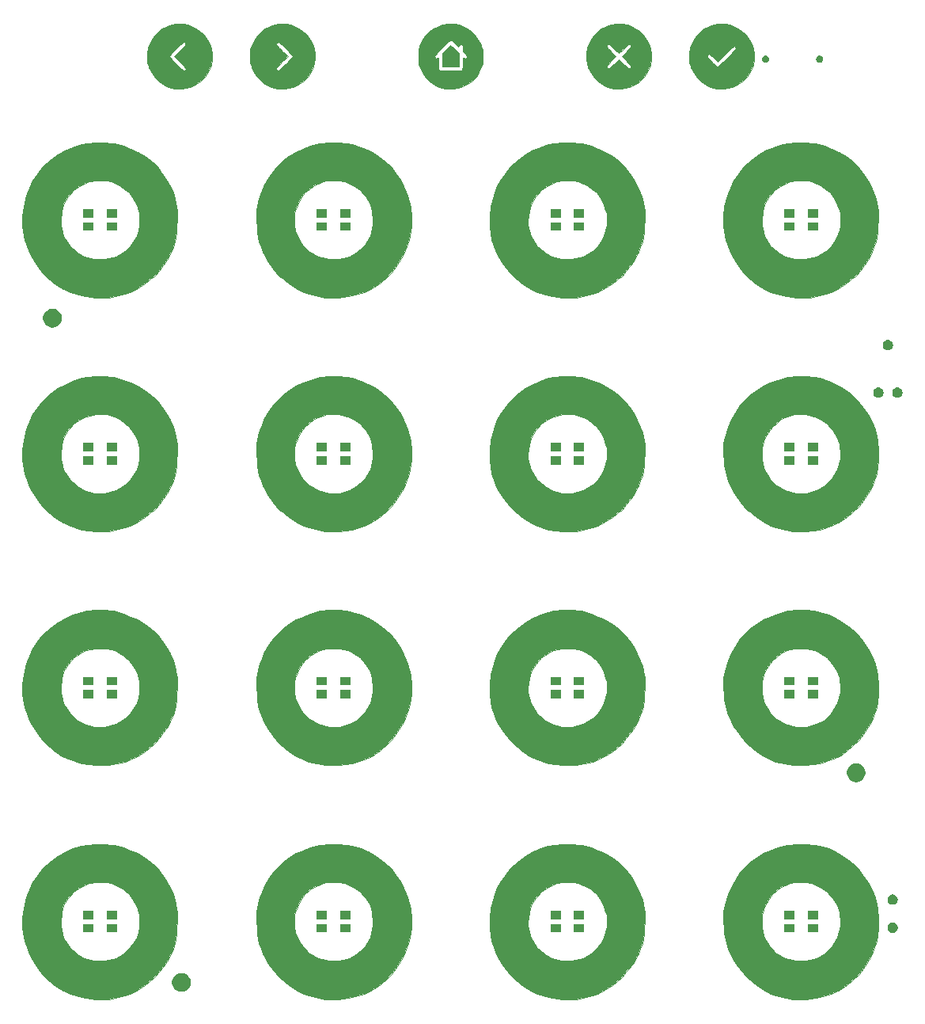
<source format=gbr>
G04 #@! TF.GenerationSoftware,KiCad,Pcbnew,(5.1.5)-3*
G04 #@! TF.CreationDate,2020-06-01T09:55:04+02:00*
G04 #@! TF.ProjectId,cz-badge-hardware,637a2d62-6164-4676-952d-686172647761,rev?*
G04 #@! TF.SameCoordinates,PX17d7840PY7735940*
G04 #@! TF.FileFunction,Soldermask,Top*
G04 #@! TF.FilePolarity,Negative*
%FSLAX46Y46*%
G04 Gerber Fmt 4.6, Leading zero omitted, Abs format (unit mm)*
G04 Created by KiCad (PCBNEW (5.1.5)-3) date 2020-06-01 09:55:04*
%MOMM*%
%LPD*%
G04 APERTURE LIST*
%ADD10C,0.010000*%
%ADD11C,0.100000*%
G04 APERTURE END LIST*
D10*
G36*
X79299392Y108457114D02*
G01*
X79526579Y108442704D01*
X79718462Y108412319D01*
X79911941Y108360749D01*
X80064637Y108310444D01*
X80652534Y108055199D01*
X81165183Y107720827D01*
X81601413Y107308502D01*
X81960051Y106819394D01*
X82239926Y106254676D01*
X82310445Y106064637D01*
X82379554Y105848734D01*
X82423905Y105659732D01*
X82448709Y105460732D01*
X82459175Y105214831D01*
X82460761Y105000000D01*
X82457115Y104700608D01*
X82442705Y104473421D01*
X82412320Y104281538D01*
X82360750Y104088059D01*
X82310445Y103935363D01*
X82055248Y103348738D01*
X81720350Y102835463D01*
X81308893Y102398689D01*
X80824017Y102041567D01*
X80268866Y101767249D01*
X80081147Y101698897D01*
X79699091Y101601177D01*
X79271873Y101541730D01*
X78844824Y101524325D01*
X78463273Y101552735D01*
X78416748Y101560460D01*
X77823793Y101720569D01*
X77278611Y101975369D01*
X76789393Y102317729D01*
X76364328Y102740516D01*
X76011608Y103236597D01*
X75739424Y103798839D01*
X75689556Y103935363D01*
X75620447Y104151265D01*
X75576096Y104340267D01*
X75551292Y104539267D01*
X75540826Y104785168D01*
X75539240Y105000000D01*
X75539285Y105003757D01*
X77470538Y105003757D01*
X77508216Y104932131D01*
X77609203Y104805870D01*
X77755430Y104643133D01*
X77928828Y104462078D01*
X78111328Y104280865D01*
X78284860Y104117651D01*
X78431357Y103990596D01*
X78532748Y103917858D01*
X78561363Y103907526D01*
X78621524Y103944735D01*
X78746662Y104049284D01*
X78925216Y104210555D01*
X79145626Y104417932D01*
X79396334Y104660798D01*
X79586635Y104849199D01*
X79848634Y105114246D01*
X80082646Y105357440D01*
X80278038Y105567197D01*
X80424174Y105731933D01*
X80510418Y105840065D01*
X80529463Y105876124D01*
X80482504Y106002478D01*
X80371031Y106082992D01*
X80314340Y106092473D01*
X80252360Y106055329D01*
X80126428Y105951443D01*
X79949023Y105792132D01*
X79732622Y105588713D01*
X79489704Y105352506D01*
X79397017Y105260477D01*
X78563720Y104428481D01*
X78166060Y104823488D01*
X77991569Y104989133D01*
X77838369Y105120598D01*
X77726752Y105201218D01*
X77685017Y105218494D01*
X77560144Y105171382D01*
X77480022Y105060094D01*
X77470538Y105003757D01*
X75539285Y105003757D01*
X75542886Y105299391D01*
X75557296Y105526578D01*
X75587681Y105718461D01*
X75639251Y105911940D01*
X75689556Y106064637D01*
X75944801Y106652533D01*
X76279173Y107165182D01*
X76691498Y107601412D01*
X77180606Y107960050D01*
X77745324Y108239925D01*
X77935363Y108310444D01*
X78151266Y108379553D01*
X78340268Y108423904D01*
X78539268Y108448708D01*
X78785169Y108459174D01*
X79000000Y108460760D01*
X79299392Y108457114D01*
G37*
X79299392Y108457114D02*
X79526579Y108442704D01*
X79718462Y108412319D01*
X79911941Y108360749D01*
X80064637Y108310444D01*
X80652534Y108055199D01*
X81165183Y107720827D01*
X81601413Y107308502D01*
X81960051Y106819394D01*
X82239926Y106254676D01*
X82310445Y106064637D01*
X82379554Y105848734D01*
X82423905Y105659732D01*
X82448709Y105460732D01*
X82459175Y105214831D01*
X82460761Y105000000D01*
X82457115Y104700608D01*
X82442705Y104473421D01*
X82412320Y104281538D01*
X82360750Y104088059D01*
X82310445Y103935363D01*
X82055248Y103348738D01*
X81720350Y102835463D01*
X81308893Y102398689D01*
X80824017Y102041567D01*
X80268866Y101767249D01*
X80081147Y101698897D01*
X79699091Y101601177D01*
X79271873Y101541730D01*
X78844824Y101524325D01*
X78463273Y101552735D01*
X78416748Y101560460D01*
X77823793Y101720569D01*
X77278611Y101975369D01*
X76789393Y102317729D01*
X76364328Y102740516D01*
X76011608Y103236597D01*
X75739424Y103798839D01*
X75689556Y103935363D01*
X75620447Y104151265D01*
X75576096Y104340267D01*
X75551292Y104539267D01*
X75540826Y104785168D01*
X75539240Y105000000D01*
X75539285Y105003757D01*
X77470538Y105003757D01*
X77508216Y104932131D01*
X77609203Y104805870D01*
X77755430Y104643133D01*
X77928828Y104462078D01*
X78111328Y104280865D01*
X78284860Y104117651D01*
X78431357Y103990596D01*
X78532748Y103917858D01*
X78561363Y103907526D01*
X78621524Y103944735D01*
X78746662Y104049284D01*
X78925216Y104210555D01*
X79145626Y104417932D01*
X79396334Y104660798D01*
X79586635Y104849199D01*
X79848634Y105114246D01*
X80082646Y105357440D01*
X80278038Y105567197D01*
X80424174Y105731933D01*
X80510418Y105840065D01*
X80529463Y105876124D01*
X80482504Y106002478D01*
X80371031Y106082992D01*
X80314340Y106092473D01*
X80252360Y106055329D01*
X80126428Y105951443D01*
X79949023Y105792132D01*
X79732622Y105588713D01*
X79489704Y105352506D01*
X79397017Y105260477D01*
X78563720Y104428481D01*
X78166060Y104823488D01*
X77991569Y104989133D01*
X77838369Y105120598D01*
X77726752Y105201218D01*
X77685017Y105218494D01*
X77560144Y105171382D01*
X77480022Y105060094D01*
X77470538Y105003757D01*
X75539285Y105003757D01*
X75542886Y105299391D01*
X75557296Y105526578D01*
X75587681Y105718461D01*
X75639251Y105911940D01*
X75689556Y106064637D01*
X75944801Y106652533D01*
X76279173Y107165182D01*
X76691498Y107601412D01*
X77180606Y107960050D01*
X77745324Y108239925D01*
X77935363Y108310444D01*
X78151266Y108379553D01*
X78340268Y108423904D01*
X78539268Y108448708D01*
X78785169Y108459174D01*
X79000000Y108460760D01*
X79299392Y108457114D01*
G36*
X68299392Y108457114D02*
G01*
X68526579Y108442704D01*
X68718462Y108412319D01*
X68911941Y108360749D01*
X69064637Y108310444D01*
X69652534Y108055199D01*
X70165183Y107720827D01*
X70601413Y107308502D01*
X70960051Y106819394D01*
X71239926Y106254676D01*
X71310445Y106064637D01*
X71379554Y105848734D01*
X71423905Y105659732D01*
X71448709Y105460732D01*
X71459175Y105214831D01*
X71460761Y105000000D01*
X71457115Y104700608D01*
X71442705Y104473421D01*
X71412320Y104281538D01*
X71360750Y104088059D01*
X71310445Y103935363D01*
X71055248Y103348738D01*
X70720350Y102835463D01*
X70308893Y102398689D01*
X69824017Y102041567D01*
X69268866Y101767249D01*
X69081147Y101698897D01*
X68699091Y101601177D01*
X68271873Y101541730D01*
X67844824Y101524325D01*
X67463273Y101552735D01*
X67416748Y101560460D01*
X66823793Y101720569D01*
X66278611Y101975369D01*
X65789393Y102317729D01*
X65364328Y102740516D01*
X65011608Y103236597D01*
X64739424Y103798839D01*
X64712528Y103872474D01*
X66698840Y103872474D01*
X66718302Y103799195D01*
X66754581Y103754580D01*
X66822420Y103706788D01*
X66900691Y103702937D01*
X67002836Y103751004D01*
X67142295Y103858967D01*
X67332511Y104034803D01*
X67493705Y104193222D01*
X68000000Y104697412D01*
X68506296Y104193222D01*
X68737704Y103967838D01*
X68909418Y103815631D01*
X69034878Y103728624D01*
X69127526Y103698839D01*
X69200805Y103718301D01*
X69245420Y103754580D01*
X69293212Y103822419D01*
X69297063Y103900690D01*
X69248996Y104002835D01*
X69141033Y104142294D01*
X68965197Y104332510D01*
X68806778Y104493704D01*
X68302588Y105000000D01*
X68806778Y105506295D01*
X69032162Y105737703D01*
X69184369Y105909417D01*
X69271376Y106034877D01*
X69301161Y106127526D01*
X69281699Y106200804D01*
X69245420Y106245419D01*
X69177581Y106293211D01*
X69099310Y106297062D01*
X68997165Y106248995D01*
X68857706Y106141032D01*
X68667490Y105965196D01*
X68506296Y105806777D01*
X68000000Y105302587D01*
X67493705Y105806777D01*
X67262297Y106032161D01*
X67090583Y106184368D01*
X66965123Y106271376D01*
X66872474Y106301160D01*
X66799196Y106281698D01*
X66754581Y106245419D01*
X66706789Y106177580D01*
X66702938Y106099309D01*
X66751005Y105997164D01*
X66858968Y105857705D01*
X67034804Y105667489D01*
X67193223Y105506295D01*
X67697413Y105000000D01*
X67193223Y104493704D01*
X66967839Y104262296D01*
X66815632Y104090582D01*
X66728624Y103965122D01*
X66698840Y103872474D01*
X64712528Y103872474D01*
X64689556Y103935363D01*
X64620447Y104151265D01*
X64576096Y104340267D01*
X64551292Y104539267D01*
X64540826Y104785168D01*
X64539240Y105000000D01*
X64542886Y105299391D01*
X64557296Y105526578D01*
X64587681Y105718461D01*
X64639251Y105911940D01*
X64689556Y106064637D01*
X64944801Y106652533D01*
X65279173Y107165182D01*
X65691498Y107601412D01*
X66180606Y107960050D01*
X66745324Y108239925D01*
X66935363Y108310444D01*
X67151266Y108379553D01*
X67340268Y108423904D01*
X67539268Y108448708D01*
X67785169Y108459174D01*
X68000000Y108460760D01*
X68299392Y108457114D01*
G37*
X68299392Y108457114D02*
X68526579Y108442704D01*
X68718462Y108412319D01*
X68911941Y108360749D01*
X69064637Y108310444D01*
X69652534Y108055199D01*
X70165183Y107720827D01*
X70601413Y107308502D01*
X70960051Y106819394D01*
X71239926Y106254676D01*
X71310445Y106064637D01*
X71379554Y105848734D01*
X71423905Y105659732D01*
X71448709Y105460732D01*
X71459175Y105214831D01*
X71460761Y105000000D01*
X71457115Y104700608D01*
X71442705Y104473421D01*
X71412320Y104281538D01*
X71360750Y104088059D01*
X71310445Y103935363D01*
X71055248Y103348738D01*
X70720350Y102835463D01*
X70308893Y102398689D01*
X69824017Y102041567D01*
X69268866Y101767249D01*
X69081147Y101698897D01*
X68699091Y101601177D01*
X68271873Y101541730D01*
X67844824Y101524325D01*
X67463273Y101552735D01*
X67416748Y101560460D01*
X66823793Y101720569D01*
X66278611Y101975369D01*
X65789393Y102317729D01*
X65364328Y102740516D01*
X65011608Y103236597D01*
X64739424Y103798839D01*
X64712528Y103872474D01*
X66698840Y103872474D01*
X66718302Y103799195D01*
X66754581Y103754580D01*
X66822420Y103706788D01*
X66900691Y103702937D01*
X67002836Y103751004D01*
X67142295Y103858967D01*
X67332511Y104034803D01*
X67493705Y104193222D01*
X68000000Y104697412D01*
X68506296Y104193222D01*
X68737704Y103967838D01*
X68909418Y103815631D01*
X69034878Y103728624D01*
X69127526Y103698839D01*
X69200805Y103718301D01*
X69245420Y103754580D01*
X69293212Y103822419D01*
X69297063Y103900690D01*
X69248996Y104002835D01*
X69141033Y104142294D01*
X68965197Y104332510D01*
X68806778Y104493704D01*
X68302588Y105000000D01*
X68806778Y105506295D01*
X69032162Y105737703D01*
X69184369Y105909417D01*
X69271376Y106034877D01*
X69301161Y106127526D01*
X69281699Y106200804D01*
X69245420Y106245419D01*
X69177581Y106293211D01*
X69099310Y106297062D01*
X68997165Y106248995D01*
X68857706Y106141032D01*
X68667490Y105965196D01*
X68506296Y105806777D01*
X68000000Y105302587D01*
X67493705Y105806777D01*
X67262297Y106032161D01*
X67090583Y106184368D01*
X66965123Y106271376D01*
X66872474Y106301160D01*
X66799196Y106281698D01*
X66754581Y106245419D01*
X66706789Y106177580D01*
X66702938Y106099309D01*
X66751005Y105997164D01*
X66858968Y105857705D01*
X67034804Y105667489D01*
X67193223Y105506295D01*
X67697413Y105000000D01*
X67193223Y104493704D01*
X66967839Y104262296D01*
X66815632Y104090582D01*
X66728624Y103965122D01*
X66698840Y103872474D01*
X64712528Y103872474D01*
X64689556Y103935363D01*
X64620447Y104151265D01*
X64576096Y104340267D01*
X64551292Y104539267D01*
X64540826Y104785168D01*
X64539240Y105000000D01*
X64542886Y105299391D01*
X64557296Y105526578D01*
X64587681Y105718461D01*
X64639251Y105911940D01*
X64689556Y106064637D01*
X64944801Y106652533D01*
X65279173Y107165182D01*
X65691498Y107601412D01*
X66180606Y107960050D01*
X66745324Y108239925D01*
X66935363Y108310444D01*
X67151266Y108379553D01*
X67340268Y108423904D01*
X67539268Y108448708D01*
X67785169Y108459174D01*
X68000000Y108460760D01*
X68299392Y108457114D01*
G36*
X32299392Y108457114D02*
G01*
X32526579Y108442704D01*
X32718462Y108412319D01*
X32911941Y108360749D01*
X33064637Y108310444D01*
X33652534Y108055199D01*
X34165183Y107720827D01*
X34601413Y107308502D01*
X34960051Y106819394D01*
X35239926Y106254676D01*
X35310445Y106064637D01*
X35379554Y105848734D01*
X35423905Y105659732D01*
X35448709Y105460732D01*
X35459175Y105214831D01*
X35460761Y105000000D01*
X35457115Y104700608D01*
X35442705Y104473421D01*
X35412320Y104281538D01*
X35360750Y104088059D01*
X35310445Y103935363D01*
X35055248Y103348738D01*
X34720350Y102835463D01*
X34308893Y102398689D01*
X33824017Y102041567D01*
X33268866Y101767249D01*
X33081147Y101698897D01*
X32699091Y101601177D01*
X32271873Y101541730D01*
X31844824Y101524325D01*
X31463273Y101552735D01*
X31416748Y101560460D01*
X30823793Y101720569D01*
X30278611Y101975369D01*
X29789393Y102317729D01*
X29364328Y102740516D01*
X29011608Y103236597D01*
X28739424Y103798839D01*
X28689556Y103935363D01*
X28620447Y104151265D01*
X28576096Y104340267D01*
X28551292Y104539267D01*
X28540826Y104785168D01*
X28539240Y105000000D01*
X28542886Y105299391D01*
X28557296Y105526578D01*
X28587681Y105718461D01*
X28639251Y105911940D01*
X28689556Y106064637D01*
X28798061Y106314553D01*
X31344517Y106314553D01*
X31381469Y106248919D01*
X31483496Y106122210D01*
X31637354Y105949519D01*
X31829799Y105745935D01*
X31958142Y105615370D01*
X32571767Y105000000D01*
X31958142Y104384629D01*
X31748917Y104169762D01*
X31570341Y103976742D01*
X31435657Y103820660D01*
X31358110Y103716607D01*
X31344517Y103685446D01*
X31391662Y103560139D01*
X31503189Y103479967D01*
X31559548Y103470537D01*
X31623152Y103507595D01*
X31749469Y103610658D01*
X31924892Y103767559D01*
X32135819Y103966131D01*
X32367978Y104193542D01*
X32596424Y104425717D01*
X32795282Y104635846D01*
X32952367Y104810389D01*
X33055493Y104935808D01*
X33092474Y104998508D01*
X33054828Y105064838D01*
X32951877Y105190288D01*
X32798595Y105359889D01*
X32609958Y105558667D01*
X32400944Y105771653D01*
X32186528Y105983874D01*
X31981685Y106180360D01*
X31801392Y106346138D01*
X31660626Y106466238D01*
X31574362Y106525688D01*
X31561039Y106529462D01*
X31434643Y106482586D01*
X31354047Y106371304D01*
X31344517Y106314553D01*
X28798061Y106314553D01*
X28944801Y106652533D01*
X29279173Y107165182D01*
X29691498Y107601412D01*
X30180606Y107960050D01*
X30745324Y108239925D01*
X30935363Y108310444D01*
X31151266Y108379553D01*
X31340268Y108423904D01*
X31539268Y108448708D01*
X31785169Y108459174D01*
X32000000Y108460760D01*
X32299392Y108457114D01*
G37*
X32299392Y108457114D02*
X32526579Y108442704D01*
X32718462Y108412319D01*
X32911941Y108360749D01*
X33064637Y108310444D01*
X33652534Y108055199D01*
X34165183Y107720827D01*
X34601413Y107308502D01*
X34960051Y106819394D01*
X35239926Y106254676D01*
X35310445Y106064637D01*
X35379554Y105848734D01*
X35423905Y105659732D01*
X35448709Y105460732D01*
X35459175Y105214831D01*
X35460761Y105000000D01*
X35457115Y104700608D01*
X35442705Y104473421D01*
X35412320Y104281538D01*
X35360750Y104088059D01*
X35310445Y103935363D01*
X35055248Y103348738D01*
X34720350Y102835463D01*
X34308893Y102398689D01*
X33824017Y102041567D01*
X33268866Y101767249D01*
X33081147Y101698897D01*
X32699091Y101601177D01*
X32271873Y101541730D01*
X31844824Y101524325D01*
X31463273Y101552735D01*
X31416748Y101560460D01*
X30823793Y101720569D01*
X30278611Y101975369D01*
X29789393Y102317729D01*
X29364328Y102740516D01*
X29011608Y103236597D01*
X28739424Y103798839D01*
X28689556Y103935363D01*
X28620447Y104151265D01*
X28576096Y104340267D01*
X28551292Y104539267D01*
X28540826Y104785168D01*
X28539240Y105000000D01*
X28542886Y105299391D01*
X28557296Y105526578D01*
X28587681Y105718461D01*
X28639251Y105911940D01*
X28689556Y106064637D01*
X28798061Y106314553D01*
X31344517Y106314553D01*
X31381469Y106248919D01*
X31483496Y106122210D01*
X31637354Y105949519D01*
X31829799Y105745935D01*
X31958142Y105615370D01*
X32571767Y105000000D01*
X31958142Y104384629D01*
X31748917Y104169762D01*
X31570341Y103976742D01*
X31435657Y103820660D01*
X31358110Y103716607D01*
X31344517Y103685446D01*
X31391662Y103560139D01*
X31503189Y103479967D01*
X31559548Y103470537D01*
X31623152Y103507595D01*
X31749469Y103610658D01*
X31924892Y103767559D01*
X32135819Y103966131D01*
X32367978Y104193542D01*
X32596424Y104425717D01*
X32795282Y104635846D01*
X32952367Y104810389D01*
X33055493Y104935808D01*
X33092474Y104998508D01*
X33054828Y105064838D01*
X32951877Y105190288D01*
X32798595Y105359889D01*
X32609958Y105558667D01*
X32400944Y105771653D01*
X32186528Y105983874D01*
X31981685Y106180360D01*
X31801392Y106346138D01*
X31660626Y106466238D01*
X31574362Y106525688D01*
X31561039Y106529462D01*
X31434643Y106482586D01*
X31354047Y106371304D01*
X31344517Y106314553D01*
X28798061Y106314553D01*
X28944801Y106652533D01*
X29279173Y107165182D01*
X29691498Y107601412D01*
X30180606Y107960050D01*
X30745324Y108239925D01*
X30935363Y108310444D01*
X31151266Y108379553D01*
X31340268Y108423904D01*
X31539268Y108448708D01*
X31785169Y108459174D01*
X32000000Y108460760D01*
X32299392Y108457114D01*
G36*
X21299392Y108457114D02*
G01*
X21526579Y108442704D01*
X21718462Y108412319D01*
X21911941Y108360749D01*
X22064637Y108310444D01*
X22652534Y108055199D01*
X23165183Y107720827D01*
X23601413Y107308502D01*
X23960051Y106819394D01*
X24239926Y106254676D01*
X24310445Y106064637D01*
X24379554Y105848734D01*
X24423905Y105659732D01*
X24448709Y105460732D01*
X24459175Y105214831D01*
X24460761Y105000000D01*
X24457115Y104700608D01*
X24442705Y104473421D01*
X24412320Y104281538D01*
X24360750Y104088059D01*
X24310445Y103935363D01*
X24055248Y103348738D01*
X23720350Y102835463D01*
X23308893Y102398689D01*
X22824017Y102041567D01*
X22268866Y101767249D01*
X22081147Y101698897D01*
X21699091Y101601177D01*
X21271873Y101541730D01*
X20844824Y101524325D01*
X20463273Y101552735D01*
X20416748Y101560460D01*
X19823793Y101720569D01*
X19278611Y101975369D01*
X18789393Y102317729D01*
X18364328Y102740516D01*
X18011608Y103236597D01*
X17739424Y103798839D01*
X17689556Y103935363D01*
X17620447Y104151265D01*
X17576096Y104340267D01*
X17551292Y104539267D01*
X17540826Y104785168D01*
X17539240Y105000000D01*
X19907527Y105000000D01*
X19945176Y104933979D01*
X20048137Y104808835D01*
X20201430Y104639526D01*
X20390077Y104441013D01*
X20599099Y104228255D01*
X20813517Y104016211D01*
X21018353Y103819842D01*
X21198626Y103654106D01*
X21339358Y103533964D01*
X21425570Y103474376D01*
X21438962Y103470537D01*
X21551723Y103506878D01*
X21589936Y103536086D01*
X21648532Y103641042D01*
X21655484Y103685446D01*
X21618532Y103751080D01*
X21516505Y103877789D01*
X21362647Y104050480D01*
X21170202Y104254064D01*
X21041859Y104384629D01*
X20428234Y105000000D01*
X21041859Y105615370D01*
X21251084Y105830238D01*
X21429660Y106023257D01*
X21564344Y106179339D01*
X21641891Y106283392D01*
X21655484Y106314553D01*
X21608257Y106440007D01*
X21496139Y106520002D01*
X21438962Y106529462D01*
X21372857Y106491862D01*
X21247551Y106389034D01*
X21078024Y106235938D01*
X20879255Y106047533D01*
X20666222Y105838780D01*
X20453905Y105624639D01*
X20257282Y105420067D01*
X20091333Y105240026D01*
X19971036Y105099475D01*
X19911371Y105013374D01*
X19907527Y105000000D01*
X17539240Y105000000D01*
X17542886Y105299391D01*
X17557296Y105526578D01*
X17587681Y105718461D01*
X17639251Y105911940D01*
X17689556Y106064637D01*
X17944801Y106652533D01*
X18279173Y107165182D01*
X18691498Y107601412D01*
X19180606Y107960050D01*
X19745324Y108239925D01*
X19935363Y108310444D01*
X20151266Y108379553D01*
X20340268Y108423904D01*
X20539268Y108448708D01*
X20785169Y108459174D01*
X21000000Y108460760D01*
X21299392Y108457114D01*
G37*
X21299392Y108457114D02*
X21526579Y108442704D01*
X21718462Y108412319D01*
X21911941Y108360749D01*
X22064637Y108310444D01*
X22652534Y108055199D01*
X23165183Y107720827D01*
X23601413Y107308502D01*
X23960051Y106819394D01*
X24239926Y106254676D01*
X24310445Y106064637D01*
X24379554Y105848734D01*
X24423905Y105659732D01*
X24448709Y105460732D01*
X24459175Y105214831D01*
X24460761Y105000000D01*
X24457115Y104700608D01*
X24442705Y104473421D01*
X24412320Y104281538D01*
X24360750Y104088059D01*
X24310445Y103935363D01*
X24055248Y103348738D01*
X23720350Y102835463D01*
X23308893Y102398689D01*
X22824017Y102041567D01*
X22268866Y101767249D01*
X22081147Y101698897D01*
X21699091Y101601177D01*
X21271873Y101541730D01*
X20844824Y101524325D01*
X20463273Y101552735D01*
X20416748Y101560460D01*
X19823793Y101720569D01*
X19278611Y101975369D01*
X18789393Y102317729D01*
X18364328Y102740516D01*
X18011608Y103236597D01*
X17739424Y103798839D01*
X17689556Y103935363D01*
X17620447Y104151265D01*
X17576096Y104340267D01*
X17551292Y104539267D01*
X17540826Y104785168D01*
X17539240Y105000000D01*
X19907527Y105000000D01*
X19945176Y104933979D01*
X20048137Y104808835D01*
X20201430Y104639526D01*
X20390077Y104441013D01*
X20599099Y104228255D01*
X20813517Y104016211D01*
X21018353Y103819842D01*
X21198626Y103654106D01*
X21339358Y103533964D01*
X21425570Y103474376D01*
X21438962Y103470537D01*
X21551723Y103506878D01*
X21589936Y103536086D01*
X21648532Y103641042D01*
X21655484Y103685446D01*
X21618532Y103751080D01*
X21516505Y103877789D01*
X21362647Y104050480D01*
X21170202Y104254064D01*
X21041859Y104384629D01*
X20428234Y105000000D01*
X21041859Y105615370D01*
X21251084Y105830238D01*
X21429660Y106023257D01*
X21564344Y106179339D01*
X21641891Y106283392D01*
X21655484Y106314553D01*
X21608257Y106440007D01*
X21496139Y106520002D01*
X21438962Y106529462D01*
X21372857Y106491862D01*
X21247551Y106389034D01*
X21078024Y106235938D01*
X20879255Y106047533D01*
X20666222Y105838780D01*
X20453905Y105624639D01*
X20257282Y105420067D01*
X20091333Y105240026D01*
X19971036Y105099475D01*
X19911371Y105013374D01*
X19907527Y105000000D01*
X17539240Y105000000D01*
X17542886Y105299391D01*
X17557296Y105526578D01*
X17587681Y105718461D01*
X17639251Y105911940D01*
X17689556Y106064637D01*
X17944801Y106652533D01*
X18279173Y107165182D01*
X18691498Y107601412D01*
X19180606Y107960050D01*
X19745324Y108239925D01*
X19935363Y108310444D01*
X20151266Y108379553D01*
X20340268Y108423904D01*
X20539268Y108448708D01*
X20785169Y108459174D01*
X21000000Y108460760D01*
X21299392Y108457114D01*
G36*
X50436990Y105792043D02*
G01*
X50873979Y105357616D01*
X50873979Y103907526D01*
X49126022Y103907526D01*
X49126022Y105357616D01*
X49563011Y105792043D01*
X50000000Y106226469D01*
X50436990Y105792043D01*
G37*
X50436990Y105792043D02*
X50873979Y105357616D01*
X50873979Y103907526D01*
X49126022Y103907526D01*
X49126022Y105357616D01*
X49563011Y105792043D01*
X50000000Y106226469D01*
X50436990Y105792043D01*
G36*
X50299392Y108457114D02*
G01*
X50526579Y108442704D01*
X50718462Y108412319D01*
X50911941Y108360749D01*
X51064637Y108310444D01*
X51652534Y108055199D01*
X52165183Y107720827D01*
X52601413Y107308502D01*
X52960051Y106819394D01*
X53239926Y106254676D01*
X53310445Y106064637D01*
X53379554Y105848734D01*
X53423905Y105659732D01*
X53448709Y105460732D01*
X53459175Y105214831D01*
X53460761Y105000000D01*
X53457115Y104700608D01*
X53442705Y104473421D01*
X53412320Y104281538D01*
X53360750Y104088059D01*
X53310445Y103935363D01*
X53055248Y103348738D01*
X52720350Y102835463D01*
X52308893Y102398689D01*
X51824017Y102041567D01*
X51268866Y101767249D01*
X51081147Y101698897D01*
X50699091Y101601177D01*
X50271873Y101541730D01*
X49844824Y101524325D01*
X49463273Y101552735D01*
X49416748Y101560460D01*
X48823793Y101720569D01*
X48278611Y101975369D01*
X47789393Y102317729D01*
X47364328Y102740516D01*
X47011608Y103236597D01*
X46739424Y103798839D01*
X46689556Y103935363D01*
X46620447Y104151265D01*
X46576096Y104340267D01*
X46551292Y104539267D01*
X46540826Y104785168D01*
X46539405Y104977734D01*
X48260201Y104977734D01*
X48260241Y104972434D01*
X48329652Y104845168D01*
X48450859Y104791145D01*
X48579597Y104823334D01*
X48625976Y104848080D01*
X48656965Y104842589D01*
X48675663Y104790519D01*
X48685172Y104675526D01*
X48688594Y104481269D01*
X48689033Y104246656D01*
X48695153Y103907605D01*
X48713472Y103675644D01*
X48743930Y103551425D01*
X48754581Y103536086D01*
X48831120Y103513114D01*
X48997013Y103494724D01*
X49232466Y103480916D01*
X49517681Y103471690D01*
X49832864Y103467045D01*
X50158217Y103466982D01*
X50473945Y103471500D01*
X50760252Y103480601D01*
X50997341Y103494282D01*
X51165416Y103512546D01*
X51244682Y103535391D01*
X51245420Y103536086D01*
X51279253Y103630140D01*
X51300964Y103832121D01*
X51310492Y104141373D01*
X51310968Y104246656D01*
X51311684Y104519573D01*
X51315899Y104699587D01*
X51326715Y104803040D01*
X51347232Y104846275D01*
X51380553Y104845634D01*
X51420404Y104823334D01*
X51540281Y104783687D01*
X51625243Y104815070D01*
X51720955Y104913711D01*
X51722421Y105036512D01*
X51627966Y105192584D01*
X51537323Y105293050D01*
X51414624Y105427059D01*
X51346208Y105539870D01*
X51313896Y105675547D01*
X51299959Y105868298D01*
X51281003Y106083211D01*
X51244676Y106212639D01*
X51188065Y106277697D01*
X51062431Y106302844D01*
X50948005Y106238150D01*
X50875685Y106101230D01*
X50875221Y106099315D01*
X50855117Y106051992D01*
X50816537Y106047521D01*
X50744990Y106095268D01*
X50625982Y106204597D01*
X50465767Y106363947D01*
X50295281Y106527684D01*
X50145636Y106656649D01*
X50037552Y106733727D01*
X50000805Y106747957D01*
X49930758Y106710163D01*
X49802201Y106606049D01*
X49628757Y106449512D01*
X49424051Y106254450D01*
X49201707Y106034761D01*
X48975349Y105804342D01*
X48758602Y105577092D01*
X48565089Y105366908D01*
X48408435Y105187689D01*
X48302265Y105053332D01*
X48260201Y104977734D01*
X46539405Y104977734D01*
X46539240Y105000000D01*
X46542886Y105299391D01*
X46557296Y105526578D01*
X46587681Y105718461D01*
X46639251Y105911940D01*
X46689556Y106064637D01*
X46944801Y106652533D01*
X47279173Y107165182D01*
X47691498Y107601412D01*
X48180606Y107960050D01*
X48745324Y108239925D01*
X48935363Y108310444D01*
X49151266Y108379553D01*
X49340268Y108423904D01*
X49539268Y108448708D01*
X49785169Y108459174D01*
X50000000Y108460760D01*
X50299392Y108457114D01*
G37*
X50299392Y108457114D02*
X50526579Y108442704D01*
X50718462Y108412319D01*
X50911941Y108360749D01*
X51064637Y108310444D01*
X51652534Y108055199D01*
X52165183Y107720827D01*
X52601413Y107308502D01*
X52960051Y106819394D01*
X53239926Y106254676D01*
X53310445Y106064637D01*
X53379554Y105848734D01*
X53423905Y105659732D01*
X53448709Y105460732D01*
X53459175Y105214831D01*
X53460761Y105000000D01*
X53457115Y104700608D01*
X53442705Y104473421D01*
X53412320Y104281538D01*
X53360750Y104088059D01*
X53310445Y103935363D01*
X53055248Y103348738D01*
X52720350Y102835463D01*
X52308893Y102398689D01*
X51824017Y102041567D01*
X51268866Y101767249D01*
X51081147Y101698897D01*
X50699091Y101601177D01*
X50271873Y101541730D01*
X49844824Y101524325D01*
X49463273Y101552735D01*
X49416748Y101560460D01*
X48823793Y101720569D01*
X48278611Y101975369D01*
X47789393Y102317729D01*
X47364328Y102740516D01*
X47011608Y103236597D01*
X46739424Y103798839D01*
X46689556Y103935363D01*
X46620447Y104151265D01*
X46576096Y104340267D01*
X46551292Y104539267D01*
X46540826Y104785168D01*
X46539405Y104977734D01*
X48260201Y104977734D01*
X48260241Y104972434D01*
X48329652Y104845168D01*
X48450859Y104791145D01*
X48579597Y104823334D01*
X48625976Y104848080D01*
X48656965Y104842589D01*
X48675663Y104790519D01*
X48685172Y104675526D01*
X48688594Y104481269D01*
X48689033Y104246656D01*
X48695153Y103907605D01*
X48713472Y103675644D01*
X48743930Y103551425D01*
X48754581Y103536086D01*
X48831120Y103513114D01*
X48997013Y103494724D01*
X49232466Y103480916D01*
X49517681Y103471690D01*
X49832864Y103467045D01*
X50158217Y103466982D01*
X50473945Y103471500D01*
X50760252Y103480601D01*
X50997341Y103494282D01*
X51165416Y103512546D01*
X51244682Y103535391D01*
X51245420Y103536086D01*
X51279253Y103630140D01*
X51300964Y103832121D01*
X51310492Y104141373D01*
X51310968Y104246656D01*
X51311684Y104519573D01*
X51315899Y104699587D01*
X51326715Y104803040D01*
X51347232Y104846275D01*
X51380553Y104845634D01*
X51420404Y104823334D01*
X51540281Y104783687D01*
X51625243Y104815070D01*
X51720955Y104913711D01*
X51722421Y105036512D01*
X51627966Y105192584D01*
X51537323Y105293050D01*
X51414624Y105427059D01*
X51346208Y105539870D01*
X51313896Y105675547D01*
X51299959Y105868298D01*
X51281003Y106083211D01*
X51244676Y106212639D01*
X51188065Y106277697D01*
X51062431Y106302844D01*
X50948005Y106238150D01*
X50875685Y106101230D01*
X50875221Y106099315D01*
X50855117Y106051992D01*
X50816537Y106047521D01*
X50744990Y106095268D01*
X50625982Y106204597D01*
X50465767Y106363947D01*
X50295281Y106527684D01*
X50145636Y106656649D01*
X50037552Y106733727D01*
X50000805Y106747957D01*
X49930758Y106710163D01*
X49802201Y106606049D01*
X49628757Y106449512D01*
X49424051Y106254450D01*
X49201707Y106034761D01*
X48975349Y105804342D01*
X48758602Y105577092D01*
X48565089Y105366908D01*
X48408435Y105187689D01*
X48302265Y105053332D01*
X48260201Y104977734D01*
X46539405Y104977734D01*
X46539240Y105000000D01*
X46542886Y105299391D01*
X46557296Y105526578D01*
X46587681Y105718461D01*
X46639251Y105911940D01*
X46689556Y106064637D01*
X46944801Y106652533D01*
X47279173Y107165182D01*
X47691498Y107601412D01*
X48180606Y107960050D01*
X48745324Y108239925D01*
X48935363Y108310444D01*
X49151266Y108379553D01*
X49340268Y108423904D01*
X49539268Y108448708D01*
X49785169Y108459174D01*
X50000000Y108460760D01*
X50299392Y108457114D01*
D11*
G36*
X62000000Y41700000D02*
G01*
X62000000Y45800000D01*
X62800000Y45800000D01*
X64000000Y45700000D01*
X65000000Y45400000D01*
X65800000Y45100000D01*
X66500000Y44800000D01*
X67300000Y44300000D01*
X68000000Y43800000D01*
X68600000Y43200000D01*
X69100000Y42600000D01*
X69500000Y42000000D01*
X69900000Y41300000D01*
X70300000Y40400000D01*
X70500000Y39800000D01*
X70700000Y38900000D01*
X70800000Y38500000D01*
X66600000Y38500000D01*
X66400000Y39100000D01*
X66100000Y39700000D01*
X65600000Y40400000D01*
X65000000Y40900000D01*
X64600000Y41200000D01*
X64200000Y41400000D01*
X63700000Y41600000D01*
X63200000Y41700000D01*
X62000000Y41700000D01*
G37*
X62000000Y41700000D02*
X62000000Y45800000D01*
X62800000Y45800000D01*
X64000000Y45700000D01*
X65000000Y45400000D01*
X65800000Y45100000D01*
X66500000Y44800000D01*
X67300000Y44300000D01*
X68000000Y43800000D01*
X68600000Y43200000D01*
X69100000Y42600000D01*
X69500000Y42000000D01*
X69900000Y41300000D01*
X70300000Y40400000D01*
X70500000Y39800000D01*
X70700000Y38900000D01*
X70800000Y38500000D01*
X66600000Y38500000D01*
X66400000Y39100000D01*
X66100000Y39700000D01*
X65600000Y40400000D01*
X65000000Y40900000D01*
X64600000Y41200000D01*
X64200000Y41400000D01*
X63700000Y41600000D01*
X63200000Y41700000D01*
X62000000Y41700000D01*
G36*
X54200000Y37500000D02*
G01*
X54200000Y37900000D01*
X54300000Y38900000D01*
X54600000Y40100000D01*
X55000000Y41100000D01*
X55300000Y41700000D01*
X55800000Y42400000D01*
X56400000Y43200000D01*
X57300000Y44000000D01*
X58000000Y44500000D01*
X58700000Y44900000D01*
X59600000Y45300000D01*
X60500000Y45600000D01*
X61100000Y45700000D01*
X62000000Y45800000D01*
X62000000Y41700000D01*
X61400000Y41600000D01*
X60800000Y41400000D01*
X60300000Y41100000D01*
X59700000Y40700000D01*
X59100000Y40000000D01*
X58600000Y39200000D01*
X58400000Y38500000D01*
X58300000Y37500000D01*
X54200000Y37500000D01*
G37*
X54200000Y37500000D02*
X54200000Y37900000D01*
X54300000Y38900000D01*
X54600000Y40100000D01*
X55000000Y41100000D01*
X55300000Y41700000D01*
X55800000Y42400000D01*
X56400000Y43200000D01*
X57300000Y44000000D01*
X58000000Y44500000D01*
X58700000Y44900000D01*
X59600000Y45300000D01*
X60500000Y45600000D01*
X61100000Y45700000D01*
X62000000Y45800000D01*
X62000000Y41700000D01*
X61400000Y41600000D01*
X60800000Y41400000D01*
X60300000Y41100000D01*
X59700000Y40700000D01*
X59100000Y40000000D01*
X58600000Y39200000D01*
X58400000Y38500000D01*
X58300000Y37500000D01*
X54200000Y37500000D01*
G36*
X65200000Y29600000D02*
G01*
X65700000Y29800000D01*
X66500000Y30200000D01*
X67300000Y30700000D01*
X67900000Y31200000D01*
X68300000Y31500000D01*
X68800000Y32100000D01*
X69500000Y33000000D01*
X69800000Y33500000D01*
X70100000Y34100000D01*
X70300000Y34600000D01*
X70500000Y35200000D01*
X70600000Y35600000D01*
X70700000Y36200000D01*
X70800000Y38100000D01*
X70800000Y38500000D01*
X66600000Y38500000D01*
X66700000Y38200000D01*
X66700000Y37800000D01*
X66700000Y36900000D01*
X66600000Y36400000D01*
X66400000Y35800000D01*
X66100000Y35300000D01*
X65800000Y34800000D01*
X65200000Y34200000D01*
X65200000Y29600000D01*
G37*
X65200000Y29600000D02*
X65700000Y29800000D01*
X66500000Y30200000D01*
X67300000Y30700000D01*
X67900000Y31200000D01*
X68300000Y31500000D01*
X68800000Y32100000D01*
X69500000Y33000000D01*
X69800000Y33500000D01*
X70100000Y34100000D01*
X70300000Y34600000D01*
X70500000Y35200000D01*
X70600000Y35600000D01*
X70700000Y36200000D01*
X70800000Y38100000D01*
X70800000Y38500000D01*
X66600000Y38500000D01*
X66700000Y38200000D01*
X66700000Y37800000D01*
X66700000Y36900000D01*
X66600000Y36400000D01*
X66400000Y35800000D01*
X66100000Y35300000D01*
X65800000Y34800000D01*
X65200000Y34200000D01*
X65200000Y29600000D01*
G36*
X54200000Y37500000D02*
G01*
X58300000Y37500000D01*
X58300000Y37000000D01*
X58600000Y35800000D01*
X59300000Y34700000D01*
X60100000Y34000000D01*
X60800000Y33600000D01*
X61900000Y33300000D01*
X63000000Y33300000D01*
X64200000Y33600000D01*
X65200000Y34200000D01*
X65200000Y29600000D01*
X63400000Y29200000D01*
X62000000Y29200000D01*
X60500000Y29400000D01*
X59300000Y29800000D01*
X58400000Y30200000D01*
X57500000Y30800000D01*
X56300000Y31900000D01*
X55500000Y33000000D01*
X55000000Y33800000D01*
X54400000Y35400000D01*
X54200000Y36800000D01*
X54200000Y37500000D01*
G37*
X54200000Y37500000D02*
X58300000Y37500000D01*
X58300000Y37000000D01*
X58600000Y35800000D01*
X59300000Y34700000D01*
X60100000Y34000000D01*
X60800000Y33600000D01*
X61900000Y33300000D01*
X63000000Y33300000D01*
X64200000Y33600000D01*
X65200000Y34200000D01*
X65200000Y29600000D01*
X63400000Y29200000D01*
X62000000Y29200000D01*
X60500000Y29400000D01*
X59300000Y29800000D01*
X58400000Y30200000D01*
X57500000Y30800000D01*
X56300000Y31900000D01*
X55500000Y33000000D01*
X55000000Y33800000D01*
X54400000Y35400000D01*
X54200000Y36800000D01*
X54200000Y37500000D01*
G36*
X87000000Y91700000D02*
G01*
X87000000Y95800000D01*
X87800000Y95800000D01*
X89000000Y95700000D01*
X90000000Y95400000D01*
X90800000Y95100000D01*
X91500000Y94800000D01*
X92300000Y94300000D01*
X93000000Y93800000D01*
X93600000Y93200000D01*
X94100000Y92600000D01*
X94500000Y92000000D01*
X94900000Y91300000D01*
X95300000Y90400000D01*
X95500000Y89800000D01*
X95700000Y88900000D01*
X95800000Y88500000D01*
X91600000Y88500000D01*
X91400000Y89100000D01*
X91100000Y89700000D01*
X90600000Y90400000D01*
X90000000Y90900000D01*
X89600000Y91200000D01*
X89200000Y91400000D01*
X88700000Y91600000D01*
X88200000Y91700000D01*
X87000000Y91700000D01*
G37*
X87000000Y91700000D02*
X87000000Y95800000D01*
X87800000Y95800000D01*
X89000000Y95700000D01*
X90000000Y95400000D01*
X90800000Y95100000D01*
X91500000Y94800000D01*
X92300000Y94300000D01*
X93000000Y93800000D01*
X93600000Y93200000D01*
X94100000Y92600000D01*
X94500000Y92000000D01*
X94900000Y91300000D01*
X95300000Y90400000D01*
X95500000Y89800000D01*
X95700000Y88900000D01*
X95800000Y88500000D01*
X91600000Y88500000D01*
X91400000Y89100000D01*
X91100000Y89700000D01*
X90600000Y90400000D01*
X90000000Y90900000D01*
X89600000Y91200000D01*
X89200000Y91400000D01*
X88700000Y91600000D01*
X88200000Y91700000D01*
X87000000Y91700000D01*
G36*
X79200000Y87500000D02*
G01*
X79200000Y87900000D01*
X79300000Y88900000D01*
X79600000Y90100000D01*
X80000000Y91100000D01*
X80300000Y91700000D01*
X80800000Y92400000D01*
X81400000Y93200000D01*
X82300000Y94000000D01*
X83000000Y94500000D01*
X83700000Y94900000D01*
X84600000Y95300000D01*
X85500000Y95600000D01*
X86100000Y95700000D01*
X87000000Y95800000D01*
X87000000Y91700000D01*
X86400000Y91600000D01*
X85800000Y91400000D01*
X85300000Y91100000D01*
X84700000Y90700000D01*
X84100000Y90000000D01*
X83600000Y89200000D01*
X83400000Y88500000D01*
X83300000Y87500000D01*
X79200000Y87500000D01*
G37*
X79200000Y87500000D02*
X79200000Y87900000D01*
X79300000Y88900000D01*
X79600000Y90100000D01*
X80000000Y91100000D01*
X80300000Y91700000D01*
X80800000Y92400000D01*
X81400000Y93200000D01*
X82300000Y94000000D01*
X83000000Y94500000D01*
X83700000Y94900000D01*
X84600000Y95300000D01*
X85500000Y95600000D01*
X86100000Y95700000D01*
X87000000Y95800000D01*
X87000000Y91700000D01*
X86400000Y91600000D01*
X85800000Y91400000D01*
X85300000Y91100000D01*
X84700000Y90700000D01*
X84100000Y90000000D01*
X83600000Y89200000D01*
X83400000Y88500000D01*
X83300000Y87500000D01*
X79200000Y87500000D01*
G36*
X90200000Y79600000D02*
G01*
X90700000Y79800000D01*
X91500000Y80200000D01*
X92300000Y80700000D01*
X92900000Y81200000D01*
X93300000Y81500000D01*
X93800000Y82100000D01*
X94500000Y83000000D01*
X94800000Y83500000D01*
X95100000Y84100000D01*
X95300000Y84600000D01*
X95500000Y85200000D01*
X95600000Y85600000D01*
X95700000Y86200000D01*
X95800000Y88100000D01*
X95800000Y88500000D01*
X91600000Y88500000D01*
X91700000Y88200000D01*
X91700000Y87800000D01*
X91700000Y86900000D01*
X91600000Y86400000D01*
X91400000Y85800000D01*
X91100000Y85300000D01*
X90800000Y84800000D01*
X90200000Y84200000D01*
X90200000Y79600000D01*
G37*
X90200000Y79600000D02*
X90700000Y79800000D01*
X91500000Y80200000D01*
X92300000Y80700000D01*
X92900000Y81200000D01*
X93300000Y81500000D01*
X93800000Y82100000D01*
X94500000Y83000000D01*
X94800000Y83500000D01*
X95100000Y84100000D01*
X95300000Y84600000D01*
X95500000Y85200000D01*
X95600000Y85600000D01*
X95700000Y86200000D01*
X95800000Y88100000D01*
X95800000Y88500000D01*
X91600000Y88500000D01*
X91700000Y88200000D01*
X91700000Y87800000D01*
X91700000Y86900000D01*
X91600000Y86400000D01*
X91400000Y85800000D01*
X91100000Y85300000D01*
X90800000Y84800000D01*
X90200000Y84200000D01*
X90200000Y79600000D01*
G36*
X79200000Y87500000D02*
G01*
X83300000Y87500000D01*
X83300000Y87000000D01*
X83600000Y85800000D01*
X84300000Y84700000D01*
X85100000Y84000000D01*
X85800000Y83600000D01*
X86900000Y83300000D01*
X88000000Y83300000D01*
X89200000Y83600000D01*
X90200000Y84200000D01*
X90200000Y79600000D01*
X88400000Y79200000D01*
X87000000Y79200000D01*
X85500000Y79400000D01*
X84300000Y79800000D01*
X83400000Y80200000D01*
X82500000Y80800000D01*
X81300000Y81900000D01*
X80500000Y83000000D01*
X80000000Y83800000D01*
X79400000Y85400000D01*
X79200000Y86800000D01*
X79200000Y87500000D01*
G37*
X79200000Y87500000D02*
X83300000Y87500000D01*
X83300000Y87000000D01*
X83600000Y85800000D01*
X84300000Y84700000D01*
X85100000Y84000000D01*
X85800000Y83600000D01*
X86900000Y83300000D01*
X88000000Y83300000D01*
X89200000Y83600000D01*
X90200000Y84200000D01*
X90200000Y79600000D01*
X88400000Y79200000D01*
X87000000Y79200000D01*
X85500000Y79400000D01*
X84300000Y79800000D01*
X83400000Y80200000D01*
X82500000Y80800000D01*
X81300000Y81900000D01*
X80500000Y83000000D01*
X80000000Y83800000D01*
X79400000Y85400000D01*
X79200000Y86800000D01*
X79200000Y87500000D01*
G36*
X62000000Y91700000D02*
G01*
X62000000Y95800000D01*
X62800000Y95800000D01*
X64000000Y95700000D01*
X65000000Y95400000D01*
X65800000Y95100000D01*
X66500000Y94800000D01*
X67300000Y94300000D01*
X68000000Y93800000D01*
X68600000Y93200000D01*
X69100000Y92600000D01*
X69500000Y92000000D01*
X69900000Y91300000D01*
X70300000Y90400000D01*
X70500000Y89800000D01*
X70700000Y88900000D01*
X70800000Y88500000D01*
X66600000Y88500000D01*
X66400000Y89100000D01*
X66100000Y89700000D01*
X65600000Y90400000D01*
X65000000Y90900000D01*
X64600000Y91200000D01*
X64200000Y91400000D01*
X63700000Y91600000D01*
X63200000Y91700000D01*
X62000000Y91700000D01*
G37*
X62000000Y91700000D02*
X62000000Y95800000D01*
X62800000Y95800000D01*
X64000000Y95700000D01*
X65000000Y95400000D01*
X65800000Y95100000D01*
X66500000Y94800000D01*
X67300000Y94300000D01*
X68000000Y93800000D01*
X68600000Y93200000D01*
X69100000Y92600000D01*
X69500000Y92000000D01*
X69900000Y91300000D01*
X70300000Y90400000D01*
X70500000Y89800000D01*
X70700000Y88900000D01*
X70800000Y88500000D01*
X66600000Y88500000D01*
X66400000Y89100000D01*
X66100000Y89700000D01*
X65600000Y90400000D01*
X65000000Y90900000D01*
X64600000Y91200000D01*
X64200000Y91400000D01*
X63700000Y91600000D01*
X63200000Y91700000D01*
X62000000Y91700000D01*
G36*
X54200000Y87500000D02*
G01*
X54200000Y87900000D01*
X54300000Y88900000D01*
X54600000Y90100000D01*
X55000000Y91100000D01*
X55300000Y91700000D01*
X55800000Y92400000D01*
X56400000Y93200000D01*
X57300000Y94000000D01*
X58000000Y94500000D01*
X58700000Y94900000D01*
X59600000Y95300000D01*
X60500000Y95600000D01*
X61100000Y95700000D01*
X62000000Y95800000D01*
X62000000Y91700000D01*
X61400000Y91600000D01*
X60800000Y91400000D01*
X60300000Y91100000D01*
X59700000Y90700000D01*
X59100000Y90000000D01*
X58600000Y89200000D01*
X58400000Y88500000D01*
X58300000Y87500000D01*
X54200000Y87500000D01*
G37*
X54200000Y87500000D02*
X54200000Y87900000D01*
X54300000Y88900000D01*
X54600000Y90100000D01*
X55000000Y91100000D01*
X55300000Y91700000D01*
X55800000Y92400000D01*
X56400000Y93200000D01*
X57300000Y94000000D01*
X58000000Y94500000D01*
X58700000Y94900000D01*
X59600000Y95300000D01*
X60500000Y95600000D01*
X61100000Y95700000D01*
X62000000Y95800000D01*
X62000000Y91700000D01*
X61400000Y91600000D01*
X60800000Y91400000D01*
X60300000Y91100000D01*
X59700000Y90700000D01*
X59100000Y90000000D01*
X58600000Y89200000D01*
X58400000Y88500000D01*
X58300000Y87500000D01*
X54200000Y87500000D01*
G36*
X65200000Y79600000D02*
G01*
X65700000Y79800000D01*
X66500000Y80200000D01*
X67300000Y80700000D01*
X67900000Y81200000D01*
X68300000Y81500000D01*
X68800000Y82100000D01*
X69500000Y83000000D01*
X69800000Y83500000D01*
X70100000Y84100000D01*
X70300000Y84600000D01*
X70500000Y85200000D01*
X70600000Y85600000D01*
X70700000Y86200000D01*
X70800000Y88100000D01*
X70800000Y88500000D01*
X66600000Y88500000D01*
X66700000Y88200000D01*
X66700000Y87800000D01*
X66700000Y86900000D01*
X66600000Y86400000D01*
X66400000Y85800000D01*
X66100000Y85300000D01*
X65800000Y84800000D01*
X65200000Y84200000D01*
X65200000Y79600000D01*
G37*
X65200000Y79600000D02*
X65700000Y79800000D01*
X66500000Y80200000D01*
X67300000Y80700000D01*
X67900000Y81200000D01*
X68300000Y81500000D01*
X68800000Y82100000D01*
X69500000Y83000000D01*
X69800000Y83500000D01*
X70100000Y84100000D01*
X70300000Y84600000D01*
X70500000Y85200000D01*
X70600000Y85600000D01*
X70700000Y86200000D01*
X70800000Y88100000D01*
X70800000Y88500000D01*
X66600000Y88500000D01*
X66700000Y88200000D01*
X66700000Y87800000D01*
X66700000Y86900000D01*
X66600000Y86400000D01*
X66400000Y85800000D01*
X66100000Y85300000D01*
X65800000Y84800000D01*
X65200000Y84200000D01*
X65200000Y79600000D01*
G36*
X54200000Y87500000D02*
G01*
X58300000Y87500000D01*
X58300000Y87000000D01*
X58600000Y85800000D01*
X59300000Y84700000D01*
X60100000Y84000000D01*
X60800000Y83600000D01*
X61900000Y83300000D01*
X63000000Y83300000D01*
X64200000Y83600000D01*
X65200000Y84200000D01*
X65200000Y79600000D01*
X63400000Y79200000D01*
X62000000Y79200000D01*
X60500000Y79400000D01*
X59300000Y79800000D01*
X58400000Y80200000D01*
X57500000Y80800000D01*
X56300000Y81900000D01*
X55500000Y83000000D01*
X55000000Y83800000D01*
X54400000Y85400000D01*
X54200000Y86800000D01*
X54200000Y87500000D01*
G37*
X54200000Y87500000D02*
X58300000Y87500000D01*
X58300000Y87000000D01*
X58600000Y85800000D01*
X59300000Y84700000D01*
X60100000Y84000000D01*
X60800000Y83600000D01*
X61900000Y83300000D01*
X63000000Y83300000D01*
X64200000Y83600000D01*
X65200000Y84200000D01*
X65200000Y79600000D01*
X63400000Y79200000D01*
X62000000Y79200000D01*
X60500000Y79400000D01*
X59300000Y79800000D01*
X58400000Y80200000D01*
X57500000Y80800000D01*
X56300000Y81900000D01*
X55500000Y83000000D01*
X55000000Y83800000D01*
X54400000Y85400000D01*
X54200000Y86800000D01*
X54200000Y87500000D01*
G36*
X38000000Y66700000D02*
G01*
X38000000Y70800000D01*
X37200000Y70800000D01*
X36000000Y70700000D01*
X35000000Y70400000D01*
X34200000Y70100000D01*
X33500000Y69800000D01*
X32700000Y69300000D01*
X32000000Y68800000D01*
X31400000Y68200000D01*
X30900000Y67600000D01*
X30500000Y67000000D01*
X30100000Y66300000D01*
X29700000Y65400000D01*
X29500000Y64800000D01*
X29300000Y63900000D01*
X29200000Y63500000D01*
X33400000Y63500000D01*
X33600000Y64100000D01*
X33900000Y64700000D01*
X34400000Y65400000D01*
X35000000Y65900000D01*
X35400000Y66200000D01*
X35800000Y66400000D01*
X36300000Y66600000D01*
X36800000Y66700000D01*
X38000000Y66700000D01*
G37*
X38000000Y66700000D02*
X38000000Y70800000D01*
X37200000Y70800000D01*
X36000000Y70700000D01*
X35000000Y70400000D01*
X34200000Y70100000D01*
X33500000Y69800000D01*
X32700000Y69300000D01*
X32000000Y68800000D01*
X31400000Y68200000D01*
X30900000Y67600000D01*
X30500000Y67000000D01*
X30100000Y66300000D01*
X29700000Y65400000D01*
X29500000Y64800000D01*
X29300000Y63900000D01*
X29200000Y63500000D01*
X33400000Y63500000D01*
X33600000Y64100000D01*
X33900000Y64700000D01*
X34400000Y65400000D01*
X35000000Y65900000D01*
X35400000Y66200000D01*
X35800000Y66400000D01*
X36300000Y66600000D01*
X36800000Y66700000D01*
X38000000Y66700000D01*
G36*
X45800000Y62500000D02*
G01*
X45800000Y62900000D01*
X45700000Y63900000D01*
X45400000Y65100000D01*
X45000000Y66100000D01*
X44700000Y66700000D01*
X44200000Y67400000D01*
X43600000Y68200000D01*
X42700000Y69000000D01*
X42000000Y69500000D01*
X41300000Y69900000D01*
X40400000Y70300000D01*
X39500000Y70600000D01*
X38900000Y70700000D01*
X38000000Y70800000D01*
X38000000Y66700000D01*
X38600000Y66600000D01*
X39200000Y66400000D01*
X39700000Y66100000D01*
X40300000Y65700000D01*
X40900000Y65000000D01*
X41400000Y64200000D01*
X41600000Y63500000D01*
X41700000Y62500000D01*
X45800000Y62500000D01*
G37*
X45800000Y62500000D02*
X45800000Y62900000D01*
X45700000Y63900000D01*
X45400000Y65100000D01*
X45000000Y66100000D01*
X44700000Y66700000D01*
X44200000Y67400000D01*
X43600000Y68200000D01*
X42700000Y69000000D01*
X42000000Y69500000D01*
X41300000Y69900000D01*
X40400000Y70300000D01*
X39500000Y70600000D01*
X38900000Y70700000D01*
X38000000Y70800000D01*
X38000000Y66700000D01*
X38600000Y66600000D01*
X39200000Y66400000D01*
X39700000Y66100000D01*
X40300000Y65700000D01*
X40900000Y65000000D01*
X41400000Y64200000D01*
X41600000Y63500000D01*
X41700000Y62500000D01*
X45800000Y62500000D01*
G36*
X34800000Y54600000D02*
G01*
X34300000Y54800000D01*
X33500000Y55200000D01*
X32700000Y55700000D01*
X32100000Y56200000D01*
X31700000Y56500000D01*
X31200000Y57100000D01*
X30500000Y58000000D01*
X30200000Y58500000D01*
X29900000Y59100000D01*
X29700000Y59600000D01*
X29500000Y60200000D01*
X29400000Y60600000D01*
X29300000Y61200000D01*
X29200000Y63100000D01*
X29200000Y63500000D01*
X33400000Y63500000D01*
X33300000Y63200000D01*
X33300000Y62800000D01*
X33300000Y61900000D01*
X33400000Y61400000D01*
X33600000Y60800000D01*
X33900000Y60300000D01*
X34200000Y59800000D01*
X34800000Y59200000D01*
X34800000Y54600000D01*
G37*
X34800000Y54600000D02*
X34300000Y54800000D01*
X33500000Y55200000D01*
X32700000Y55700000D01*
X32100000Y56200000D01*
X31700000Y56500000D01*
X31200000Y57100000D01*
X30500000Y58000000D01*
X30200000Y58500000D01*
X29900000Y59100000D01*
X29700000Y59600000D01*
X29500000Y60200000D01*
X29400000Y60600000D01*
X29300000Y61200000D01*
X29200000Y63100000D01*
X29200000Y63500000D01*
X33400000Y63500000D01*
X33300000Y63200000D01*
X33300000Y62800000D01*
X33300000Y61900000D01*
X33400000Y61400000D01*
X33600000Y60800000D01*
X33900000Y60300000D01*
X34200000Y59800000D01*
X34800000Y59200000D01*
X34800000Y54600000D01*
G36*
X45800000Y62500000D02*
G01*
X41700000Y62500000D01*
X41700000Y62000000D01*
X41400000Y60800000D01*
X40700000Y59700000D01*
X39900000Y59000000D01*
X39200000Y58600000D01*
X38100000Y58300000D01*
X37000000Y58300000D01*
X35800000Y58600000D01*
X34800000Y59200000D01*
X34800000Y54600000D01*
X36600000Y54200000D01*
X38000000Y54200000D01*
X39500000Y54400000D01*
X40700000Y54800000D01*
X41600000Y55200000D01*
X42500000Y55800000D01*
X43700000Y56900000D01*
X44500000Y58000000D01*
X45000000Y58800000D01*
X45600000Y60400000D01*
X45800000Y61800000D01*
X45800000Y62500000D01*
G37*
X45800000Y62500000D02*
X41700000Y62500000D01*
X41700000Y62000000D01*
X41400000Y60800000D01*
X40700000Y59700000D01*
X39900000Y59000000D01*
X39200000Y58600000D01*
X38100000Y58300000D01*
X37000000Y58300000D01*
X35800000Y58600000D01*
X34800000Y59200000D01*
X34800000Y54600000D01*
X36600000Y54200000D01*
X38000000Y54200000D01*
X39500000Y54400000D01*
X40700000Y54800000D01*
X41600000Y55200000D01*
X42500000Y55800000D01*
X43700000Y56900000D01*
X44500000Y58000000D01*
X45000000Y58800000D01*
X45600000Y60400000D01*
X45800000Y61800000D01*
X45800000Y62500000D01*
G36*
X88000000Y16700000D02*
G01*
X88000000Y20800000D01*
X87200000Y20800000D01*
X86000000Y20700000D01*
X85000000Y20400000D01*
X84200000Y20100000D01*
X83500000Y19800000D01*
X82700000Y19300000D01*
X82000000Y18800000D01*
X81400000Y18200000D01*
X80900000Y17600000D01*
X80500000Y17000000D01*
X80100000Y16300000D01*
X79700000Y15400000D01*
X79500000Y14800000D01*
X79300000Y13900000D01*
X79200000Y13500000D01*
X83400000Y13500000D01*
X83600000Y14100000D01*
X83900000Y14700000D01*
X84400000Y15400000D01*
X85000000Y15900000D01*
X85400000Y16200000D01*
X85800000Y16400000D01*
X86300000Y16600000D01*
X86800000Y16700000D01*
X88000000Y16700000D01*
G37*
X88000000Y16700000D02*
X88000000Y20800000D01*
X87200000Y20800000D01*
X86000000Y20700000D01*
X85000000Y20400000D01*
X84200000Y20100000D01*
X83500000Y19800000D01*
X82700000Y19300000D01*
X82000000Y18800000D01*
X81400000Y18200000D01*
X80900000Y17600000D01*
X80500000Y17000000D01*
X80100000Y16300000D01*
X79700000Y15400000D01*
X79500000Y14800000D01*
X79300000Y13900000D01*
X79200000Y13500000D01*
X83400000Y13500000D01*
X83600000Y14100000D01*
X83900000Y14700000D01*
X84400000Y15400000D01*
X85000000Y15900000D01*
X85400000Y16200000D01*
X85800000Y16400000D01*
X86300000Y16600000D01*
X86800000Y16700000D01*
X88000000Y16700000D01*
G36*
X95800000Y12500000D02*
G01*
X95800000Y12900000D01*
X95700000Y13900000D01*
X95400000Y15100000D01*
X95000000Y16100000D01*
X94700000Y16700000D01*
X94200000Y17400000D01*
X93600000Y18200000D01*
X92700000Y19000000D01*
X92000000Y19500000D01*
X91300000Y19900000D01*
X90400000Y20300000D01*
X89500000Y20600000D01*
X88900000Y20700000D01*
X88000000Y20800000D01*
X88000000Y16700000D01*
X88600000Y16600000D01*
X89200000Y16400000D01*
X89700000Y16100000D01*
X90300000Y15700000D01*
X90900000Y15000000D01*
X91400000Y14200000D01*
X91600000Y13500000D01*
X91700000Y12500000D01*
X95800000Y12500000D01*
G37*
X95800000Y12500000D02*
X95800000Y12900000D01*
X95700000Y13900000D01*
X95400000Y15100000D01*
X95000000Y16100000D01*
X94700000Y16700000D01*
X94200000Y17400000D01*
X93600000Y18200000D01*
X92700000Y19000000D01*
X92000000Y19500000D01*
X91300000Y19900000D01*
X90400000Y20300000D01*
X89500000Y20600000D01*
X88900000Y20700000D01*
X88000000Y20800000D01*
X88000000Y16700000D01*
X88600000Y16600000D01*
X89200000Y16400000D01*
X89700000Y16100000D01*
X90300000Y15700000D01*
X90900000Y15000000D01*
X91400000Y14200000D01*
X91600000Y13500000D01*
X91700000Y12500000D01*
X95800000Y12500000D01*
G36*
X84800000Y4600000D02*
G01*
X84300000Y4800000D01*
X83500000Y5200000D01*
X82700000Y5700000D01*
X82100000Y6200000D01*
X81700000Y6500000D01*
X81200000Y7100000D01*
X80500000Y8000000D01*
X80200000Y8500000D01*
X79900000Y9100000D01*
X79700000Y9600000D01*
X79500000Y10200000D01*
X79400000Y10600000D01*
X79300000Y11200000D01*
X79200000Y13100000D01*
X79200000Y13500000D01*
X83400000Y13500000D01*
X83300000Y13200000D01*
X83300000Y12800000D01*
X83300000Y11900000D01*
X83400000Y11400000D01*
X83600000Y10800000D01*
X83900000Y10300000D01*
X84200000Y9800000D01*
X84800000Y9200000D01*
X84800000Y4600000D01*
G37*
X84800000Y4600000D02*
X84300000Y4800000D01*
X83500000Y5200000D01*
X82700000Y5700000D01*
X82100000Y6200000D01*
X81700000Y6500000D01*
X81200000Y7100000D01*
X80500000Y8000000D01*
X80200000Y8500000D01*
X79900000Y9100000D01*
X79700000Y9600000D01*
X79500000Y10200000D01*
X79400000Y10600000D01*
X79300000Y11200000D01*
X79200000Y13100000D01*
X79200000Y13500000D01*
X83400000Y13500000D01*
X83300000Y13200000D01*
X83300000Y12800000D01*
X83300000Y11900000D01*
X83400000Y11400000D01*
X83600000Y10800000D01*
X83900000Y10300000D01*
X84200000Y9800000D01*
X84800000Y9200000D01*
X84800000Y4600000D01*
G36*
X95800000Y12500000D02*
G01*
X91700000Y12500000D01*
X91700000Y12000000D01*
X91400000Y10800000D01*
X90700000Y9700000D01*
X89900000Y9000000D01*
X89200000Y8600000D01*
X88100000Y8300000D01*
X87000000Y8300000D01*
X85800000Y8600000D01*
X84800000Y9200000D01*
X84800000Y4600000D01*
X86600000Y4200000D01*
X88000000Y4200000D01*
X89500000Y4400000D01*
X90700000Y4800000D01*
X91600000Y5200000D01*
X92500000Y5800000D01*
X93700000Y6900000D01*
X94500000Y8000000D01*
X95000000Y8800000D01*
X95600000Y10400000D01*
X95800000Y11800000D01*
X95800000Y12500000D01*
G37*
X95800000Y12500000D02*
X91700000Y12500000D01*
X91700000Y12000000D01*
X91400000Y10800000D01*
X90700000Y9700000D01*
X89900000Y9000000D01*
X89200000Y8600000D01*
X88100000Y8300000D01*
X87000000Y8300000D01*
X85800000Y8600000D01*
X84800000Y9200000D01*
X84800000Y4600000D01*
X86600000Y4200000D01*
X88000000Y4200000D01*
X89500000Y4400000D01*
X90700000Y4800000D01*
X91600000Y5200000D01*
X92500000Y5800000D01*
X93700000Y6900000D01*
X94500000Y8000000D01*
X95000000Y8800000D01*
X95600000Y10400000D01*
X95800000Y11800000D01*
X95800000Y12500000D01*
G36*
X38000000Y16700000D02*
G01*
X38000000Y20800000D01*
X37200000Y20800000D01*
X36000000Y20700000D01*
X35000000Y20400000D01*
X34200000Y20100000D01*
X33500000Y19800000D01*
X32700000Y19300000D01*
X32000000Y18800000D01*
X31400000Y18200000D01*
X30900000Y17600000D01*
X30500000Y17000000D01*
X30100000Y16300000D01*
X29700000Y15400000D01*
X29500000Y14800000D01*
X29300000Y13900000D01*
X29200000Y13500000D01*
X33400000Y13500000D01*
X33600000Y14100000D01*
X33900000Y14700000D01*
X34400000Y15400000D01*
X35000000Y15900000D01*
X35400000Y16200000D01*
X35800000Y16400000D01*
X36300000Y16600000D01*
X36800000Y16700000D01*
X38000000Y16700000D01*
G37*
X38000000Y16700000D02*
X38000000Y20800000D01*
X37200000Y20800000D01*
X36000000Y20700000D01*
X35000000Y20400000D01*
X34200000Y20100000D01*
X33500000Y19800000D01*
X32700000Y19300000D01*
X32000000Y18800000D01*
X31400000Y18200000D01*
X30900000Y17600000D01*
X30500000Y17000000D01*
X30100000Y16300000D01*
X29700000Y15400000D01*
X29500000Y14800000D01*
X29300000Y13900000D01*
X29200000Y13500000D01*
X33400000Y13500000D01*
X33600000Y14100000D01*
X33900000Y14700000D01*
X34400000Y15400000D01*
X35000000Y15900000D01*
X35400000Y16200000D01*
X35800000Y16400000D01*
X36300000Y16600000D01*
X36800000Y16700000D01*
X38000000Y16700000D01*
G36*
X45800000Y12500000D02*
G01*
X45800000Y12900000D01*
X45700000Y13900000D01*
X45400000Y15100000D01*
X45000000Y16100000D01*
X44700000Y16700000D01*
X44200000Y17400000D01*
X43600000Y18200000D01*
X42700000Y19000000D01*
X42000000Y19500000D01*
X41300000Y19900000D01*
X40400000Y20300000D01*
X39500000Y20600000D01*
X38900000Y20700000D01*
X38000000Y20800000D01*
X38000000Y16700000D01*
X38600000Y16600000D01*
X39200000Y16400000D01*
X39700000Y16100000D01*
X40300000Y15700000D01*
X40900000Y15000000D01*
X41400000Y14200000D01*
X41600000Y13500000D01*
X41700000Y12500000D01*
X45800000Y12500000D01*
G37*
X45800000Y12500000D02*
X45800000Y12900000D01*
X45700000Y13900000D01*
X45400000Y15100000D01*
X45000000Y16100000D01*
X44700000Y16700000D01*
X44200000Y17400000D01*
X43600000Y18200000D01*
X42700000Y19000000D01*
X42000000Y19500000D01*
X41300000Y19900000D01*
X40400000Y20300000D01*
X39500000Y20600000D01*
X38900000Y20700000D01*
X38000000Y20800000D01*
X38000000Y16700000D01*
X38600000Y16600000D01*
X39200000Y16400000D01*
X39700000Y16100000D01*
X40300000Y15700000D01*
X40900000Y15000000D01*
X41400000Y14200000D01*
X41600000Y13500000D01*
X41700000Y12500000D01*
X45800000Y12500000D01*
G36*
X34800000Y4600000D02*
G01*
X34300000Y4800000D01*
X33500000Y5200000D01*
X32700000Y5700000D01*
X32100000Y6200000D01*
X31700000Y6500000D01*
X31200000Y7100000D01*
X30500000Y8000000D01*
X30200000Y8500000D01*
X29900000Y9100000D01*
X29700000Y9600000D01*
X29500000Y10200000D01*
X29400000Y10600000D01*
X29300000Y11200000D01*
X29200000Y13100000D01*
X29200000Y13500000D01*
X33400000Y13500000D01*
X33300000Y13200000D01*
X33300000Y12800000D01*
X33300000Y11900000D01*
X33400000Y11400000D01*
X33600000Y10800000D01*
X33900000Y10300000D01*
X34200000Y9800000D01*
X34800000Y9200000D01*
X34800000Y4600000D01*
G37*
X34800000Y4600000D02*
X34300000Y4800000D01*
X33500000Y5200000D01*
X32700000Y5700000D01*
X32100000Y6200000D01*
X31700000Y6500000D01*
X31200000Y7100000D01*
X30500000Y8000000D01*
X30200000Y8500000D01*
X29900000Y9100000D01*
X29700000Y9600000D01*
X29500000Y10200000D01*
X29400000Y10600000D01*
X29300000Y11200000D01*
X29200000Y13100000D01*
X29200000Y13500000D01*
X33400000Y13500000D01*
X33300000Y13200000D01*
X33300000Y12800000D01*
X33300000Y11900000D01*
X33400000Y11400000D01*
X33600000Y10800000D01*
X33900000Y10300000D01*
X34200000Y9800000D01*
X34800000Y9200000D01*
X34800000Y4600000D01*
G36*
X45800000Y12500000D02*
G01*
X41700000Y12500000D01*
X41700000Y12000000D01*
X41400000Y10800000D01*
X40700000Y9700000D01*
X39900000Y9000000D01*
X39200000Y8600000D01*
X38100000Y8300000D01*
X37000000Y8300000D01*
X35800000Y8600000D01*
X34800000Y9200000D01*
X34800000Y4600000D01*
X36600000Y4200000D01*
X38000000Y4200000D01*
X39500000Y4400000D01*
X40700000Y4800000D01*
X41600000Y5200000D01*
X42500000Y5800000D01*
X43700000Y6900000D01*
X44500000Y8000000D01*
X45000000Y8800000D01*
X45600000Y10400000D01*
X45800000Y11800000D01*
X45800000Y12500000D01*
G37*
X45800000Y12500000D02*
X41700000Y12500000D01*
X41700000Y12000000D01*
X41400000Y10800000D01*
X40700000Y9700000D01*
X39900000Y9000000D01*
X39200000Y8600000D01*
X38100000Y8300000D01*
X37000000Y8300000D01*
X35800000Y8600000D01*
X34800000Y9200000D01*
X34800000Y4600000D01*
X36600000Y4200000D01*
X38000000Y4200000D01*
X39500000Y4400000D01*
X40700000Y4800000D01*
X41600000Y5200000D01*
X42500000Y5800000D01*
X43700000Y6900000D01*
X44500000Y8000000D01*
X45000000Y8800000D01*
X45600000Y10400000D01*
X45800000Y11800000D01*
X45800000Y12500000D01*
G36*
X88000000Y41700000D02*
G01*
X88000000Y45800000D01*
X87200000Y45800000D01*
X86000000Y45700000D01*
X85000000Y45400000D01*
X84200000Y45100000D01*
X83500000Y44800000D01*
X82700000Y44300000D01*
X82000000Y43800000D01*
X81400000Y43200000D01*
X80900000Y42600000D01*
X80500000Y42000000D01*
X80100000Y41300000D01*
X79700000Y40400000D01*
X79500000Y39800000D01*
X79300000Y38900000D01*
X79200000Y38500000D01*
X83400000Y38500000D01*
X83600000Y39100000D01*
X83900000Y39700000D01*
X84400000Y40400000D01*
X85000000Y40900000D01*
X85400000Y41200000D01*
X85800000Y41400000D01*
X86300000Y41600000D01*
X86800000Y41700000D01*
X88000000Y41700000D01*
G37*
X88000000Y41700000D02*
X88000000Y45800000D01*
X87200000Y45800000D01*
X86000000Y45700000D01*
X85000000Y45400000D01*
X84200000Y45100000D01*
X83500000Y44800000D01*
X82700000Y44300000D01*
X82000000Y43800000D01*
X81400000Y43200000D01*
X80900000Y42600000D01*
X80500000Y42000000D01*
X80100000Y41300000D01*
X79700000Y40400000D01*
X79500000Y39800000D01*
X79300000Y38900000D01*
X79200000Y38500000D01*
X83400000Y38500000D01*
X83600000Y39100000D01*
X83900000Y39700000D01*
X84400000Y40400000D01*
X85000000Y40900000D01*
X85400000Y41200000D01*
X85800000Y41400000D01*
X86300000Y41600000D01*
X86800000Y41700000D01*
X88000000Y41700000D01*
G36*
X95800000Y37500000D02*
G01*
X95800000Y37900000D01*
X95700000Y38900000D01*
X95400000Y40100000D01*
X95000000Y41100000D01*
X94700000Y41700000D01*
X94200000Y42400000D01*
X93600000Y43200000D01*
X92700000Y44000000D01*
X92000000Y44500000D01*
X91300000Y44900000D01*
X90400000Y45300000D01*
X89500000Y45600000D01*
X88900000Y45700000D01*
X88000000Y45800000D01*
X88000000Y41700000D01*
X88600000Y41600000D01*
X89200000Y41400000D01*
X89700000Y41100000D01*
X90300000Y40700000D01*
X90900000Y40000000D01*
X91400000Y39200000D01*
X91600000Y38500000D01*
X91700000Y37500000D01*
X95800000Y37500000D01*
G37*
X95800000Y37500000D02*
X95800000Y37900000D01*
X95700000Y38900000D01*
X95400000Y40100000D01*
X95000000Y41100000D01*
X94700000Y41700000D01*
X94200000Y42400000D01*
X93600000Y43200000D01*
X92700000Y44000000D01*
X92000000Y44500000D01*
X91300000Y44900000D01*
X90400000Y45300000D01*
X89500000Y45600000D01*
X88900000Y45700000D01*
X88000000Y45800000D01*
X88000000Y41700000D01*
X88600000Y41600000D01*
X89200000Y41400000D01*
X89700000Y41100000D01*
X90300000Y40700000D01*
X90900000Y40000000D01*
X91400000Y39200000D01*
X91600000Y38500000D01*
X91700000Y37500000D01*
X95800000Y37500000D01*
G36*
X84800000Y29600000D02*
G01*
X84300000Y29800000D01*
X83500000Y30200000D01*
X82700000Y30700000D01*
X82100000Y31200000D01*
X81700000Y31500000D01*
X81200000Y32100000D01*
X80500000Y33000000D01*
X80200000Y33500000D01*
X79900000Y34100000D01*
X79700000Y34600000D01*
X79500000Y35200000D01*
X79400000Y35600000D01*
X79300000Y36200000D01*
X79200000Y38100000D01*
X79200000Y38500000D01*
X83400000Y38500000D01*
X83300000Y38200000D01*
X83300000Y37800000D01*
X83300000Y36900000D01*
X83400000Y36400000D01*
X83600000Y35800000D01*
X83900000Y35300000D01*
X84200000Y34800000D01*
X84800000Y34200000D01*
X84800000Y29600000D01*
G37*
X84800000Y29600000D02*
X84300000Y29800000D01*
X83500000Y30200000D01*
X82700000Y30700000D01*
X82100000Y31200000D01*
X81700000Y31500000D01*
X81200000Y32100000D01*
X80500000Y33000000D01*
X80200000Y33500000D01*
X79900000Y34100000D01*
X79700000Y34600000D01*
X79500000Y35200000D01*
X79400000Y35600000D01*
X79300000Y36200000D01*
X79200000Y38100000D01*
X79200000Y38500000D01*
X83400000Y38500000D01*
X83300000Y38200000D01*
X83300000Y37800000D01*
X83300000Y36900000D01*
X83400000Y36400000D01*
X83600000Y35800000D01*
X83900000Y35300000D01*
X84200000Y34800000D01*
X84800000Y34200000D01*
X84800000Y29600000D01*
G36*
X95800000Y37500000D02*
G01*
X91700000Y37500000D01*
X91700000Y37000000D01*
X91400000Y35800000D01*
X90700000Y34700000D01*
X89900000Y34000000D01*
X89200000Y33600000D01*
X88100000Y33300000D01*
X87000000Y33300000D01*
X85800000Y33600000D01*
X84800000Y34200000D01*
X84800000Y29600000D01*
X86600000Y29200000D01*
X88000000Y29200000D01*
X89500000Y29400000D01*
X90700000Y29800000D01*
X91600000Y30200000D01*
X92500000Y30800000D01*
X93700000Y31900000D01*
X94500000Y33000000D01*
X95000000Y33800000D01*
X95600000Y35400000D01*
X95800000Y36800000D01*
X95800000Y37500000D01*
G37*
X95800000Y37500000D02*
X91700000Y37500000D01*
X91700000Y37000000D01*
X91400000Y35800000D01*
X90700000Y34700000D01*
X89900000Y34000000D01*
X89200000Y33600000D01*
X88100000Y33300000D01*
X87000000Y33300000D01*
X85800000Y33600000D01*
X84800000Y34200000D01*
X84800000Y29600000D01*
X86600000Y29200000D01*
X88000000Y29200000D01*
X89500000Y29400000D01*
X90700000Y29800000D01*
X91600000Y30200000D01*
X92500000Y30800000D01*
X93700000Y31900000D01*
X94500000Y33000000D01*
X95000000Y33800000D01*
X95600000Y35400000D01*
X95800000Y36800000D01*
X95800000Y37500000D01*
G36*
X38000000Y41700000D02*
G01*
X38000000Y45800000D01*
X37200000Y45800000D01*
X36000000Y45700000D01*
X35000000Y45400000D01*
X34200000Y45100000D01*
X33500000Y44800000D01*
X32700000Y44300000D01*
X32000000Y43800000D01*
X31400000Y43200000D01*
X30900000Y42600000D01*
X30500000Y42000000D01*
X30100000Y41300000D01*
X29700000Y40400000D01*
X29500000Y39800000D01*
X29300000Y38900000D01*
X29200000Y38500000D01*
X33400000Y38500000D01*
X33600000Y39100000D01*
X33900000Y39700000D01*
X34400000Y40400000D01*
X35000000Y40900000D01*
X35400000Y41200000D01*
X35800000Y41400000D01*
X36300000Y41600000D01*
X36800000Y41700000D01*
X38000000Y41700000D01*
G37*
X38000000Y41700000D02*
X38000000Y45800000D01*
X37200000Y45800000D01*
X36000000Y45700000D01*
X35000000Y45400000D01*
X34200000Y45100000D01*
X33500000Y44800000D01*
X32700000Y44300000D01*
X32000000Y43800000D01*
X31400000Y43200000D01*
X30900000Y42600000D01*
X30500000Y42000000D01*
X30100000Y41300000D01*
X29700000Y40400000D01*
X29500000Y39800000D01*
X29300000Y38900000D01*
X29200000Y38500000D01*
X33400000Y38500000D01*
X33600000Y39100000D01*
X33900000Y39700000D01*
X34400000Y40400000D01*
X35000000Y40900000D01*
X35400000Y41200000D01*
X35800000Y41400000D01*
X36300000Y41600000D01*
X36800000Y41700000D01*
X38000000Y41700000D01*
G36*
X45800000Y37500000D02*
G01*
X45800000Y37900000D01*
X45700000Y38900000D01*
X45400000Y40100000D01*
X45000000Y41100000D01*
X44700000Y41700000D01*
X44200000Y42400000D01*
X43600000Y43200000D01*
X42700000Y44000000D01*
X42000000Y44500000D01*
X41300000Y44900000D01*
X40400000Y45300000D01*
X39500000Y45600000D01*
X38900000Y45700000D01*
X38000000Y45800000D01*
X38000000Y41700000D01*
X38600000Y41600000D01*
X39200000Y41400000D01*
X39700000Y41100000D01*
X40300000Y40700000D01*
X40900000Y40000000D01*
X41400000Y39200000D01*
X41600000Y38500000D01*
X41700000Y37500000D01*
X45800000Y37500000D01*
G37*
X45800000Y37500000D02*
X45800000Y37900000D01*
X45700000Y38900000D01*
X45400000Y40100000D01*
X45000000Y41100000D01*
X44700000Y41700000D01*
X44200000Y42400000D01*
X43600000Y43200000D01*
X42700000Y44000000D01*
X42000000Y44500000D01*
X41300000Y44900000D01*
X40400000Y45300000D01*
X39500000Y45600000D01*
X38900000Y45700000D01*
X38000000Y45800000D01*
X38000000Y41700000D01*
X38600000Y41600000D01*
X39200000Y41400000D01*
X39700000Y41100000D01*
X40300000Y40700000D01*
X40900000Y40000000D01*
X41400000Y39200000D01*
X41600000Y38500000D01*
X41700000Y37500000D01*
X45800000Y37500000D01*
G36*
X34800000Y29600000D02*
G01*
X34300000Y29800000D01*
X33500000Y30200000D01*
X32700000Y30700000D01*
X32100000Y31200000D01*
X31700000Y31500000D01*
X31200000Y32100000D01*
X30500000Y33000000D01*
X30200000Y33500000D01*
X29900000Y34100000D01*
X29700000Y34600000D01*
X29500000Y35200000D01*
X29400000Y35600000D01*
X29300000Y36200000D01*
X29200000Y38100000D01*
X29200000Y38500000D01*
X33400000Y38500000D01*
X33300000Y38200000D01*
X33300000Y37800000D01*
X33300000Y36900000D01*
X33400000Y36400000D01*
X33600000Y35800000D01*
X33900000Y35300000D01*
X34200000Y34800000D01*
X34800000Y34200000D01*
X34800000Y29600000D01*
G37*
X34800000Y29600000D02*
X34300000Y29800000D01*
X33500000Y30200000D01*
X32700000Y30700000D01*
X32100000Y31200000D01*
X31700000Y31500000D01*
X31200000Y32100000D01*
X30500000Y33000000D01*
X30200000Y33500000D01*
X29900000Y34100000D01*
X29700000Y34600000D01*
X29500000Y35200000D01*
X29400000Y35600000D01*
X29300000Y36200000D01*
X29200000Y38100000D01*
X29200000Y38500000D01*
X33400000Y38500000D01*
X33300000Y38200000D01*
X33300000Y37800000D01*
X33300000Y36900000D01*
X33400000Y36400000D01*
X33600000Y35800000D01*
X33900000Y35300000D01*
X34200000Y34800000D01*
X34800000Y34200000D01*
X34800000Y29600000D01*
G36*
X45800000Y37500000D02*
G01*
X41700000Y37500000D01*
X41700000Y37000000D01*
X41400000Y35800000D01*
X40700000Y34700000D01*
X39900000Y34000000D01*
X39200000Y33600000D01*
X38100000Y33300000D01*
X37000000Y33300000D01*
X35800000Y33600000D01*
X34800000Y34200000D01*
X34800000Y29600000D01*
X36600000Y29200000D01*
X38000000Y29200000D01*
X39500000Y29400000D01*
X40700000Y29800000D01*
X41600000Y30200000D01*
X42500000Y30800000D01*
X43700000Y31900000D01*
X44500000Y33000000D01*
X45000000Y33800000D01*
X45600000Y35400000D01*
X45800000Y36800000D01*
X45800000Y37500000D01*
G37*
X45800000Y37500000D02*
X41700000Y37500000D01*
X41700000Y37000000D01*
X41400000Y35800000D01*
X40700000Y34700000D01*
X39900000Y34000000D01*
X39200000Y33600000D01*
X38100000Y33300000D01*
X37000000Y33300000D01*
X35800000Y33600000D01*
X34800000Y34200000D01*
X34800000Y29600000D01*
X36600000Y29200000D01*
X38000000Y29200000D01*
X39500000Y29400000D01*
X40700000Y29800000D01*
X41600000Y30200000D01*
X42500000Y30800000D01*
X43700000Y31900000D01*
X44500000Y33000000D01*
X45000000Y33800000D01*
X45600000Y35400000D01*
X45800000Y36800000D01*
X45800000Y37500000D01*
G36*
X88000000Y66700000D02*
G01*
X88000000Y70800000D01*
X87200000Y70800000D01*
X86000000Y70700000D01*
X85000000Y70400000D01*
X84200000Y70100000D01*
X83500000Y69800000D01*
X82700000Y69300000D01*
X82000000Y68800000D01*
X81400000Y68200000D01*
X80900000Y67600000D01*
X80500000Y67000000D01*
X80100000Y66300000D01*
X79700000Y65400000D01*
X79500000Y64800000D01*
X79300000Y63900000D01*
X79200000Y63500000D01*
X83400000Y63500000D01*
X83600000Y64100000D01*
X83900000Y64700000D01*
X84400000Y65400000D01*
X85000000Y65900000D01*
X85400000Y66200000D01*
X85800000Y66400000D01*
X86300000Y66600000D01*
X86800000Y66700000D01*
X88000000Y66700000D01*
G37*
X88000000Y66700000D02*
X88000000Y70800000D01*
X87200000Y70800000D01*
X86000000Y70700000D01*
X85000000Y70400000D01*
X84200000Y70100000D01*
X83500000Y69800000D01*
X82700000Y69300000D01*
X82000000Y68800000D01*
X81400000Y68200000D01*
X80900000Y67600000D01*
X80500000Y67000000D01*
X80100000Y66300000D01*
X79700000Y65400000D01*
X79500000Y64800000D01*
X79300000Y63900000D01*
X79200000Y63500000D01*
X83400000Y63500000D01*
X83600000Y64100000D01*
X83900000Y64700000D01*
X84400000Y65400000D01*
X85000000Y65900000D01*
X85400000Y66200000D01*
X85800000Y66400000D01*
X86300000Y66600000D01*
X86800000Y66700000D01*
X88000000Y66700000D01*
G36*
X95800000Y62500000D02*
G01*
X95800000Y62900000D01*
X95700000Y63900000D01*
X95400000Y65100000D01*
X95000000Y66100000D01*
X94700000Y66700000D01*
X94200000Y67400000D01*
X93600000Y68200000D01*
X92700000Y69000000D01*
X92000000Y69500000D01*
X91300000Y69900000D01*
X90400000Y70300000D01*
X89500000Y70600000D01*
X88900000Y70700000D01*
X88000000Y70800000D01*
X88000000Y66700000D01*
X88600000Y66600000D01*
X89200000Y66400000D01*
X89700000Y66100000D01*
X90300000Y65700000D01*
X90900000Y65000000D01*
X91400000Y64200000D01*
X91600000Y63500000D01*
X91700000Y62500000D01*
X95800000Y62500000D01*
G37*
X95800000Y62500000D02*
X95800000Y62900000D01*
X95700000Y63900000D01*
X95400000Y65100000D01*
X95000000Y66100000D01*
X94700000Y66700000D01*
X94200000Y67400000D01*
X93600000Y68200000D01*
X92700000Y69000000D01*
X92000000Y69500000D01*
X91300000Y69900000D01*
X90400000Y70300000D01*
X89500000Y70600000D01*
X88900000Y70700000D01*
X88000000Y70800000D01*
X88000000Y66700000D01*
X88600000Y66600000D01*
X89200000Y66400000D01*
X89700000Y66100000D01*
X90300000Y65700000D01*
X90900000Y65000000D01*
X91400000Y64200000D01*
X91600000Y63500000D01*
X91700000Y62500000D01*
X95800000Y62500000D01*
G36*
X84800000Y54600000D02*
G01*
X84300000Y54800000D01*
X83500000Y55200000D01*
X82700000Y55700000D01*
X82100000Y56200000D01*
X81700000Y56500000D01*
X81200000Y57100000D01*
X80500000Y58000000D01*
X80200000Y58500000D01*
X79900000Y59100000D01*
X79700000Y59600000D01*
X79500000Y60200000D01*
X79400000Y60600000D01*
X79300000Y61200000D01*
X79200000Y63100000D01*
X79200000Y63500000D01*
X83400000Y63500000D01*
X83300000Y63200000D01*
X83300000Y62800000D01*
X83300000Y61900000D01*
X83400000Y61400000D01*
X83600000Y60800000D01*
X83900000Y60300000D01*
X84200000Y59800000D01*
X84800000Y59200000D01*
X84800000Y54600000D01*
G37*
X84800000Y54600000D02*
X84300000Y54800000D01*
X83500000Y55200000D01*
X82700000Y55700000D01*
X82100000Y56200000D01*
X81700000Y56500000D01*
X81200000Y57100000D01*
X80500000Y58000000D01*
X80200000Y58500000D01*
X79900000Y59100000D01*
X79700000Y59600000D01*
X79500000Y60200000D01*
X79400000Y60600000D01*
X79300000Y61200000D01*
X79200000Y63100000D01*
X79200000Y63500000D01*
X83400000Y63500000D01*
X83300000Y63200000D01*
X83300000Y62800000D01*
X83300000Y61900000D01*
X83400000Y61400000D01*
X83600000Y60800000D01*
X83900000Y60300000D01*
X84200000Y59800000D01*
X84800000Y59200000D01*
X84800000Y54600000D01*
G36*
X95800000Y62500000D02*
G01*
X91700000Y62500000D01*
X91700000Y62000000D01*
X91400000Y60800000D01*
X90700000Y59700000D01*
X89900000Y59000000D01*
X89200000Y58600000D01*
X88100000Y58300000D01*
X87000000Y58300000D01*
X85800000Y58600000D01*
X84800000Y59200000D01*
X84800000Y54600000D01*
X86600000Y54200000D01*
X88000000Y54200000D01*
X89500000Y54400000D01*
X90700000Y54800000D01*
X91600000Y55200000D01*
X92500000Y55800000D01*
X93700000Y56900000D01*
X94500000Y58000000D01*
X95000000Y58800000D01*
X95600000Y60400000D01*
X95800000Y61800000D01*
X95800000Y62500000D01*
G37*
X95800000Y62500000D02*
X91700000Y62500000D01*
X91700000Y62000000D01*
X91400000Y60800000D01*
X90700000Y59700000D01*
X89900000Y59000000D01*
X89200000Y58600000D01*
X88100000Y58300000D01*
X87000000Y58300000D01*
X85800000Y58600000D01*
X84800000Y59200000D01*
X84800000Y54600000D01*
X86600000Y54200000D01*
X88000000Y54200000D01*
X89500000Y54400000D01*
X90700000Y54800000D01*
X91600000Y55200000D01*
X92500000Y55800000D01*
X93700000Y56900000D01*
X94500000Y58000000D01*
X95000000Y58800000D01*
X95600000Y60400000D01*
X95800000Y61800000D01*
X95800000Y62500000D01*
G36*
X38000000Y91700000D02*
G01*
X38000000Y95800000D01*
X37200000Y95800000D01*
X36000000Y95700000D01*
X35000000Y95400000D01*
X34200000Y95100000D01*
X33500000Y94800000D01*
X32700000Y94300000D01*
X32000000Y93800000D01*
X31400000Y93200000D01*
X30900000Y92600000D01*
X30500000Y92000000D01*
X30100000Y91300000D01*
X29700000Y90400000D01*
X29500000Y89800000D01*
X29300000Y88900000D01*
X29200000Y88500000D01*
X33400000Y88500000D01*
X33600000Y89100000D01*
X33900000Y89700000D01*
X34400000Y90400000D01*
X35000000Y90900000D01*
X35400000Y91200000D01*
X35800000Y91400000D01*
X36300000Y91600000D01*
X36800000Y91700000D01*
X38000000Y91700000D01*
G37*
X38000000Y91700000D02*
X38000000Y95800000D01*
X37200000Y95800000D01*
X36000000Y95700000D01*
X35000000Y95400000D01*
X34200000Y95100000D01*
X33500000Y94800000D01*
X32700000Y94300000D01*
X32000000Y93800000D01*
X31400000Y93200000D01*
X30900000Y92600000D01*
X30500000Y92000000D01*
X30100000Y91300000D01*
X29700000Y90400000D01*
X29500000Y89800000D01*
X29300000Y88900000D01*
X29200000Y88500000D01*
X33400000Y88500000D01*
X33600000Y89100000D01*
X33900000Y89700000D01*
X34400000Y90400000D01*
X35000000Y90900000D01*
X35400000Y91200000D01*
X35800000Y91400000D01*
X36300000Y91600000D01*
X36800000Y91700000D01*
X38000000Y91700000D01*
G36*
X45800000Y87500000D02*
G01*
X45800000Y87900000D01*
X45700000Y88900000D01*
X45400000Y90100000D01*
X45000000Y91100000D01*
X44700000Y91700000D01*
X44200000Y92400000D01*
X43600000Y93200000D01*
X42700000Y94000000D01*
X42000000Y94500000D01*
X41300000Y94900000D01*
X40400000Y95300000D01*
X39500000Y95600000D01*
X38900000Y95700000D01*
X38000000Y95800000D01*
X38000000Y91700000D01*
X38600000Y91600000D01*
X39200000Y91400000D01*
X39700000Y91100000D01*
X40300000Y90700000D01*
X40900000Y90000000D01*
X41400000Y89200000D01*
X41600000Y88500000D01*
X41700000Y87500000D01*
X45800000Y87500000D01*
G37*
X45800000Y87500000D02*
X45800000Y87900000D01*
X45700000Y88900000D01*
X45400000Y90100000D01*
X45000000Y91100000D01*
X44700000Y91700000D01*
X44200000Y92400000D01*
X43600000Y93200000D01*
X42700000Y94000000D01*
X42000000Y94500000D01*
X41300000Y94900000D01*
X40400000Y95300000D01*
X39500000Y95600000D01*
X38900000Y95700000D01*
X38000000Y95800000D01*
X38000000Y91700000D01*
X38600000Y91600000D01*
X39200000Y91400000D01*
X39700000Y91100000D01*
X40300000Y90700000D01*
X40900000Y90000000D01*
X41400000Y89200000D01*
X41600000Y88500000D01*
X41700000Y87500000D01*
X45800000Y87500000D01*
G36*
X34800000Y79600000D02*
G01*
X34300000Y79800000D01*
X33500000Y80200000D01*
X32700000Y80700000D01*
X32100000Y81200000D01*
X31700000Y81500000D01*
X31200000Y82100000D01*
X30500000Y83000000D01*
X30200000Y83500000D01*
X29900000Y84100000D01*
X29700000Y84600000D01*
X29500000Y85200000D01*
X29400000Y85600000D01*
X29300000Y86200000D01*
X29200000Y88100000D01*
X29200000Y88500000D01*
X33400000Y88500000D01*
X33300000Y88200000D01*
X33300000Y87800000D01*
X33300000Y86900000D01*
X33400000Y86400000D01*
X33600000Y85800000D01*
X33900000Y85300000D01*
X34200000Y84800000D01*
X34800000Y84200000D01*
X34800000Y79600000D01*
G37*
X34800000Y79600000D02*
X34300000Y79800000D01*
X33500000Y80200000D01*
X32700000Y80700000D01*
X32100000Y81200000D01*
X31700000Y81500000D01*
X31200000Y82100000D01*
X30500000Y83000000D01*
X30200000Y83500000D01*
X29900000Y84100000D01*
X29700000Y84600000D01*
X29500000Y85200000D01*
X29400000Y85600000D01*
X29300000Y86200000D01*
X29200000Y88100000D01*
X29200000Y88500000D01*
X33400000Y88500000D01*
X33300000Y88200000D01*
X33300000Y87800000D01*
X33300000Y86900000D01*
X33400000Y86400000D01*
X33600000Y85800000D01*
X33900000Y85300000D01*
X34200000Y84800000D01*
X34800000Y84200000D01*
X34800000Y79600000D01*
G36*
X45800000Y87500000D02*
G01*
X41700000Y87500000D01*
X41700000Y87000000D01*
X41400000Y85800000D01*
X40700000Y84700000D01*
X39900000Y84000000D01*
X39200000Y83600000D01*
X38100000Y83300000D01*
X37000000Y83300000D01*
X35800000Y83600000D01*
X34800000Y84200000D01*
X34800000Y79600000D01*
X36600000Y79200000D01*
X38000000Y79200000D01*
X39500000Y79400000D01*
X40700000Y79800000D01*
X41600000Y80200000D01*
X42500000Y80800000D01*
X43700000Y81900000D01*
X44500000Y83000000D01*
X45000000Y83800000D01*
X45600000Y85400000D01*
X45800000Y86800000D01*
X45800000Y87500000D01*
G37*
X45800000Y87500000D02*
X41700000Y87500000D01*
X41700000Y87000000D01*
X41400000Y85800000D01*
X40700000Y84700000D01*
X39900000Y84000000D01*
X39200000Y83600000D01*
X38100000Y83300000D01*
X37000000Y83300000D01*
X35800000Y83600000D01*
X34800000Y84200000D01*
X34800000Y79600000D01*
X36600000Y79200000D01*
X38000000Y79200000D01*
X39500000Y79400000D01*
X40700000Y79800000D01*
X41600000Y80200000D01*
X42500000Y80800000D01*
X43700000Y81900000D01*
X44500000Y83000000D01*
X45000000Y83800000D01*
X45600000Y85400000D01*
X45800000Y86800000D01*
X45800000Y87500000D01*
G36*
X62000000Y16700000D02*
G01*
X62000000Y20800000D01*
X62800000Y20800000D01*
X64000000Y20700000D01*
X65000000Y20400000D01*
X65800000Y20100000D01*
X66500000Y19800000D01*
X67300000Y19300000D01*
X68000000Y18800000D01*
X68600000Y18200000D01*
X69100000Y17600000D01*
X69500000Y17000000D01*
X69900000Y16300000D01*
X70300000Y15400000D01*
X70500000Y14800000D01*
X70700000Y13900000D01*
X70800000Y13500000D01*
X66600000Y13500000D01*
X66400000Y14100000D01*
X66100000Y14700000D01*
X65600000Y15400000D01*
X65000000Y15900000D01*
X64600000Y16200000D01*
X64200000Y16400000D01*
X63700000Y16600000D01*
X63200000Y16700000D01*
X62000000Y16700000D01*
G37*
X62000000Y16700000D02*
X62000000Y20800000D01*
X62800000Y20800000D01*
X64000000Y20700000D01*
X65000000Y20400000D01*
X65800000Y20100000D01*
X66500000Y19800000D01*
X67300000Y19300000D01*
X68000000Y18800000D01*
X68600000Y18200000D01*
X69100000Y17600000D01*
X69500000Y17000000D01*
X69900000Y16300000D01*
X70300000Y15400000D01*
X70500000Y14800000D01*
X70700000Y13900000D01*
X70800000Y13500000D01*
X66600000Y13500000D01*
X66400000Y14100000D01*
X66100000Y14700000D01*
X65600000Y15400000D01*
X65000000Y15900000D01*
X64600000Y16200000D01*
X64200000Y16400000D01*
X63700000Y16600000D01*
X63200000Y16700000D01*
X62000000Y16700000D01*
G36*
X54200000Y12500000D02*
G01*
X54200000Y12900000D01*
X54300000Y13900000D01*
X54600000Y15100000D01*
X55000000Y16100000D01*
X55300000Y16700000D01*
X55800000Y17400000D01*
X56400000Y18200000D01*
X57300000Y19000000D01*
X58000000Y19500000D01*
X58700000Y19900000D01*
X59600000Y20300000D01*
X60500000Y20600000D01*
X61100000Y20700000D01*
X62000000Y20800000D01*
X62000000Y16700000D01*
X61400000Y16600000D01*
X60800000Y16400000D01*
X60300000Y16100000D01*
X59700000Y15700000D01*
X59100000Y15000000D01*
X58600000Y14200000D01*
X58400000Y13500000D01*
X58300000Y12500000D01*
X54200000Y12500000D01*
G37*
X54200000Y12500000D02*
X54200000Y12900000D01*
X54300000Y13900000D01*
X54600000Y15100000D01*
X55000000Y16100000D01*
X55300000Y16700000D01*
X55800000Y17400000D01*
X56400000Y18200000D01*
X57300000Y19000000D01*
X58000000Y19500000D01*
X58700000Y19900000D01*
X59600000Y20300000D01*
X60500000Y20600000D01*
X61100000Y20700000D01*
X62000000Y20800000D01*
X62000000Y16700000D01*
X61400000Y16600000D01*
X60800000Y16400000D01*
X60300000Y16100000D01*
X59700000Y15700000D01*
X59100000Y15000000D01*
X58600000Y14200000D01*
X58400000Y13500000D01*
X58300000Y12500000D01*
X54200000Y12500000D01*
G36*
X65200000Y4600000D02*
G01*
X65700000Y4800000D01*
X66500000Y5200000D01*
X67300000Y5700000D01*
X67900000Y6200000D01*
X68300000Y6500000D01*
X68800000Y7100000D01*
X69500000Y8000000D01*
X69800000Y8500000D01*
X70100000Y9100000D01*
X70300000Y9600000D01*
X70500000Y10200000D01*
X70600000Y10600000D01*
X70700000Y11200000D01*
X70800000Y13100000D01*
X70800000Y13500000D01*
X66600000Y13500000D01*
X66700000Y13200000D01*
X66700000Y12800000D01*
X66700000Y11900000D01*
X66600000Y11400000D01*
X66400000Y10800000D01*
X66100000Y10300000D01*
X65800000Y9800000D01*
X65200000Y9200000D01*
X65200000Y4600000D01*
G37*
X65200000Y4600000D02*
X65700000Y4800000D01*
X66500000Y5200000D01*
X67300000Y5700000D01*
X67900000Y6200000D01*
X68300000Y6500000D01*
X68800000Y7100000D01*
X69500000Y8000000D01*
X69800000Y8500000D01*
X70100000Y9100000D01*
X70300000Y9600000D01*
X70500000Y10200000D01*
X70600000Y10600000D01*
X70700000Y11200000D01*
X70800000Y13100000D01*
X70800000Y13500000D01*
X66600000Y13500000D01*
X66700000Y13200000D01*
X66700000Y12800000D01*
X66700000Y11900000D01*
X66600000Y11400000D01*
X66400000Y10800000D01*
X66100000Y10300000D01*
X65800000Y9800000D01*
X65200000Y9200000D01*
X65200000Y4600000D01*
G36*
X54200000Y12500000D02*
G01*
X58300000Y12500000D01*
X58300000Y12000000D01*
X58600000Y10800000D01*
X59300000Y9700000D01*
X60100000Y9000000D01*
X60800000Y8600000D01*
X61900000Y8300000D01*
X63000000Y8300000D01*
X64200000Y8600000D01*
X65200000Y9200000D01*
X65200000Y4600000D01*
X63400000Y4200000D01*
X62000000Y4200000D01*
X60500000Y4400000D01*
X59300000Y4800000D01*
X58400000Y5200000D01*
X57500000Y5800000D01*
X56300000Y6900000D01*
X55500000Y8000000D01*
X55000000Y8800000D01*
X54400000Y10400000D01*
X54200000Y11800000D01*
X54200000Y12500000D01*
G37*
X54200000Y12500000D02*
X58300000Y12500000D01*
X58300000Y12000000D01*
X58600000Y10800000D01*
X59300000Y9700000D01*
X60100000Y9000000D01*
X60800000Y8600000D01*
X61900000Y8300000D01*
X63000000Y8300000D01*
X64200000Y8600000D01*
X65200000Y9200000D01*
X65200000Y4600000D01*
X63400000Y4200000D01*
X62000000Y4200000D01*
X60500000Y4400000D01*
X59300000Y4800000D01*
X58400000Y5200000D01*
X57500000Y5800000D01*
X56300000Y6900000D01*
X55500000Y8000000D01*
X55000000Y8800000D01*
X54400000Y10400000D01*
X54200000Y11800000D01*
X54200000Y12500000D01*
G36*
X12000000Y16700000D02*
G01*
X12000000Y20800000D01*
X12800000Y20800000D01*
X14000000Y20700000D01*
X15000000Y20400000D01*
X15800000Y20100000D01*
X16500000Y19800000D01*
X17300000Y19300000D01*
X18000000Y18800000D01*
X18600000Y18200000D01*
X19100000Y17600000D01*
X19500000Y17000000D01*
X19900000Y16300000D01*
X20300000Y15400000D01*
X20500000Y14800000D01*
X20700000Y13900000D01*
X20800000Y13500000D01*
X16600000Y13500000D01*
X16400000Y14100000D01*
X16100000Y14700000D01*
X15600000Y15400000D01*
X15000000Y15900000D01*
X14600000Y16200000D01*
X14200000Y16400000D01*
X13700000Y16600000D01*
X13200000Y16700000D01*
X12000000Y16700000D01*
G37*
X12000000Y16700000D02*
X12000000Y20800000D01*
X12800000Y20800000D01*
X14000000Y20700000D01*
X15000000Y20400000D01*
X15800000Y20100000D01*
X16500000Y19800000D01*
X17300000Y19300000D01*
X18000000Y18800000D01*
X18600000Y18200000D01*
X19100000Y17600000D01*
X19500000Y17000000D01*
X19900000Y16300000D01*
X20300000Y15400000D01*
X20500000Y14800000D01*
X20700000Y13900000D01*
X20800000Y13500000D01*
X16600000Y13500000D01*
X16400000Y14100000D01*
X16100000Y14700000D01*
X15600000Y15400000D01*
X15000000Y15900000D01*
X14600000Y16200000D01*
X14200000Y16400000D01*
X13700000Y16600000D01*
X13200000Y16700000D01*
X12000000Y16700000D01*
G36*
X4200000Y12500000D02*
G01*
X4200000Y12900000D01*
X4300000Y13900000D01*
X4600000Y15100000D01*
X5000000Y16100000D01*
X5300000Y16700000D01*
X5800000Y17400000D01*
X6400000Y18200000D01*
X7300000Y19000000D01*
X8000000Y19500000D01*
X8700000Y19900000D01*
X9600000Y20300000D01*
X10500000Y20600000D01*
X11100000Y20700000D01*
X12000000Y20800000D01*
X12000000Y16700000D01*
X11400000Y16600000D01*
X10800000Y16400000D01*
X10300000Y16100000D01*
X9700000Y15700000D01*
X9100000Y15000000D01*
X8600000Y14200000D01*
X8400000Y13500000D01*
X8300000Y12500000D01*
X4200000Y12500000D01*
G37*
X4200000Y12500000D02*
X4200000Y12900000D01*
X4300000Y13900000D01*
X4600000Y15100000D01*
X5000000Y16100000D01*
X5300000Y16700000D01*
X5800000Y17400000D01*
X6400000Y18200000D01*
X7300000Y19000000D01*
X8000000Y19500000D01*
X8700000Y19900000D01*
X9600000Y20300000D01*
X10500000Y20600000D01*
X11100000Y20700000D01*
X12000000Y20800000D01*
X12000000Y16700000D01*
X11400000Y16600000D01*
X10800000Y16400000D01*
X10300000Y16100000D01*
X9700000Y15700000D01*
X9100000Y15000000D01*
X8600000Y14200000D01*
X8400000Y13500000D01*
X8300000Y12500000D01*
X4200000Y12500000D01*
G36*
X15200000Y4600000D02*
G01*
X15700000Y4800000D01*
X16500000Y5200000D01*
X17300000Y5700000D01*
X17900000Y6200000D01*
X18300000Y6500000D01*
X18800000Y7100000D01*
X19500000Y8000000D01*
X19800000Y8500000D01*
X20100000Y9100000D01*
X20300000Y9600000D01*
X20500000Y10200000D01*
X20600000Y10600000D01*
X20700000Y11200000D01*
X20800000Y13100000D01*
X20800000Y13500000D01*
X16600000Y13500000D01*
X16700000Y13200000D01*
X16700000Y12800000D01*
X16700000Y11900000D01*
X16600000Y11400000D01*
X16400000Y10800000D01*
X16100000Y10300000D01*
X15800000Y9800000D01*
X15200000Y9200000D01*
X15200000Y4600000D01*
G37*
X15200000Y4600000D02*
X15700000Y4800000D01*
X16500000Y5200000D01*
X17300000Y5700000D01*
X17900000Y6200000D01*
X18300000Y6500000D01*
X18800000Y7100000D01*
X19500000Y8000000D01*
X19800000Y8500000D01*
X20100000Y9100000D01*
X20300000Y9600000D01*
X20500000Y10200000D01*
X20600000Y10600000D01*
X20700000Y11200000D01*
X20800000Y13100000D01*
X20800000Y13500000D01*
X16600000Y13500000D01*
X16700000Y13200000D01*
X16700000Y12800000D01*
X16700000Y11900000D01*
X16600000Y11400000D01*
X16400000Y10800000D01*
X16100000Y10300000D01*
X15800000Y9800000D01*
X15200000Y9200000D01*
X15200000Y4600000D01*
G36*
X4200000Y12500000D02*
G01*
X8300000Y12500000D01*
X8300000Y12000000D01*
X8600000Y10800000D01*
X9300000Y9700000D01*
X10100000Y9000000D01*
X10800000Y8600000D01*
X11900000Y8300000D01*
X13000000Y8300000D01*
X14200000Y8600000D01*
X15200000Y9200000D01*
X15200000Y4600000D01*
X13400000Y4200000D01*
X12000000Y4200000D01*
X10500000Y4400000D01*
X9300000Y4800000D01*
X8400000Y5200000D01*
X7500000Y5800000D01*
X6300000Y6900000D01*
X5500000Y8000000D01*
X5000000Y8800000D01*
X4400000Y10400000D01*
X4200000Y11800000D01*
X4200000Y12500000D01*
G37*
X4200000Y12500000D02*
X8300000Y12500000D01*
X8300000Y12000000D01*
X8600000Y10800000D01*
X9300000Y9700000D01*
X10100000Y9000000D01*
X10800000Y8600000D01*
X11900000Y8300000D01*
X13000000Y8300000D01*
X14200000Y8600000D01*
X15200000Y9200000D01*
X15200000Y4600000D01*
X13400000Y4200000D01*
X12000000Y4200000D01*
X10500000Y4400000D01*
X9300000Y4800000D01*
X8400000Y5200000D01*
X7500000Y5800000D01*
X6300000Y6900000D01*
X5500000Y8000000D01*
X5000000Y8800000D01*
X4400000Y10400000D01*
X4200000Y11800000D01*
X4200000Y12500000D01*
G36*
X12000000Y41700000D02*
G01*
X12000000Y45800000D01*
X12800000Y45800000D01*
X14000000Y45700000D01*
X15000000Y45400000D01*
X15800000Y45100000D01*
X16500000Y44800000D01*
X17300000Y44300000D01*
X18000000Y43800000D01*
X18600000Y43200000D01*
X19100000Y42600000D01*
X19500000Y42000000D01*
X19900000Y41300000D01*
X20300000Y40400000D01*
X20500000Y39800000D01*
X20700000Y38900000D01*
X20800000Y38500000D01*
X16600000Y38500000D01*
X16400000Y39100000D01*
X16100000Y39700000D01*
X15600000Y40400000D01*
X15000000Y40900000D01*
X14600000Y41200000D01*
X14200000Y41400000D01*
X13700000Y41600000D01*
X13200000Y41700000D01*
X12000000Y41700000D01*
G37*
X12000000Y41700000D02*
X12000000Y45800000D01*
X12800000Y45800000D01*
X14000000Y45700000D01*
X15000000Y45400000D01*
X15800000Y45100000D01*
X16500000Y44800000D01*
X17300000Y44300000D01*
X18000000Y43800000D01*
X18600000Y43200000D01*
X19100000Y42600000D01*
X19500000Y42000000D01*
X19900000Y41300000D01*
X20300000Y40400000D01*
X20500000Y39800000D01*
X20700000Y38900000D01*
X20800000Y38500000D01*
X16600000Y38500000D01*
X16400000Y39100000D01*
X16100000Y39700000D01*
X15600000Y40400000D01*
X15000000Y40900000D01*
X14600000Y41200000D01*
X14200000Y41400000D01*
X13700000Y41600000D01*
X13200000Y41700000D01*
X12000000Y41700000D01*
G36*
X4200000Y37500000D02*
G01*
X4200000Y37900000D01*
X4300000Y38900000D01*
X4600000Y40100000D01*
X5000000Y41100000D01*
X5300000Y41700000D01*
X5800000Y42400000D01*
X6400000Y43200000D01*
X7300000Y44000000D01*
X8000000Y44500000D01*
X8700000Y44900000D01*
X9600000Y45300000D01*
X10500000Y45600000D01*
X11100000Y45700000D01*
X12000000Y45800000D01*
X12000000Y41700000D01*
X11400000Y41600000D01*
X10800000Y41400000D01*
X10300000Y41100000D01*
X9700000Y40700000D01*
X9100000Y40000000D01*
X8600000Y39200000D01*
X8400000Y38500000D01*
X8300000Y37500000D01*
X4200000Y37500000D01*
G37*
X4200000Y37500000D02*
X4200000Y37900000D01*
X4300000Y38900000D01*
X4600000Y40100000D01*
X5000000Y41100000D01*
X5300000Y41700000D01*
X5800000Y42400000D01*
X6400000Y43200000D01*
X7300000Y44000000D01*
X8000000Y44500000D01*
X8700000Y44900000D01*
X9600000Y45300000D01*
X10500000Y45600000D01*
X11100000Y45700000D01*
X12000000Y45800000D01*
X12000000Y41700000D01*
X11400000Y41600000D01*
X10800000Y41400000D01*
X10300000Y41100000D01*
X9700000Y40700000D01*
X9100000Y40000000D01*
X8600000Y39200000D01*
X8400000Y38500000D01*
X8300000Y37500000D01*
X4200000Y37500000D01*
G36*
X15200000Y29600000D02*
G01*
X15700000Y29800000D01*
X16500000Y30200000D01*
X17300000Y30700000D01*
X17900000Y31200000D01*
X18300000Y31500000D01*
X18800000Y32100000D01*
X19500000Y33000000D01*
X19800000Y33500000D01*
X20100000Y34100000D01*
X20300000Y34600000D01*
X20500000Y35200000D01*
X20600000Y35600000D01*
X20700000Y36200000D01*
X20800000Y38100000D01*
X20800000Y38500000D01*
X16600000Y38500000D01*
X16700000Y38200000D01*
X16700000Y37800000D01*
X16700000Y36900000D01*
X16600000Y36400000D01*
X16400000Y35800000D01*
X16100000Y35300000D01*
X15800000Y34800000D01*
X15200000Y34200000D01*
X15200000Y29600000D01*
G37*
X15200000Y29600000D02*
X15700000Y29800000D01*
X16500000Y30200000D01*
X17300000Y30700000D01*
X17900000Y31200000D01*
X18300000Y31500000D01*
X18800000Y32100000D01*
X19500000Y33000000D01*
X19800000Y33500000D01*
X20100000Y34100000D01*
X20300000Y34600000D01*
X20500000Y35200000D01*
X20600000Y35600000D01*
X20700000Y36200000D01*
X20800000Y38100000D01*
X20800000Y38500000D01*
X16600000Y38500000D01*
X16700000Y38200000D01*
X16700000Y37800000D01*
X16700000Y36900000D01*
X16600000Y36400000D01*
X16400000Y35800000D01*
X16100000Y35300000D01*
X15800000Y34800000D01*
X15200000Y34200000D01*
X15200000Y29600000D01*
G36*
X4200000Y37500000D02*
G01*
X8300000Y37500000D01*
X8300000Y37000000D01*
X8600000Y35800000D01*
X9300000Y34700000D01*
X10100000Y34000000D01*
X10800000Y33600000D01*
X11900000Y33300000D01*
X13000000Y33300000D01*
X14200000Y33600000D01*
X15200000Y34200000D01*
X15200000Y29600000D01*
X13400000Y29200000D01*
X12000000Y29200000D01*
X10500000Y29400000D01*
X9300000Y29800000D01*
X8400000Y30200000D01*
X7500000Y30800000D01*
X6300000Y31900000D01*
X5500000Y33000000D01*
X5000000Y33800000D01*
X4400000Y35400000D01*
X4200000Y36800000D01*
X4200000Y37500000D01*
G37*
X4200000Y37500000D02*
X8300000Y37500000D01*
X8300000Y37000000D01*
X8600000Y35800000D01*
X9300000Y34700000D01*
X10100000Y34000000D01*
X10800000Y33600000D01*
X11900000Y33300000D01*
X13000000Y33300000D01*
X14200000Y33600000D01*
X15200000Y34200000D01*
X15200000Y29600000D01*
X13400000Y29200000D01*
X12000000Y29200000D01*
X10500000Y29400000D01*
X9300000Y29800000D01*
X8400000Y30200000D01*
X7500000Y30800000D01*
X6300000Y31900000D01*
X5500000Y33000000D01*
X5000000Y33800000D01*
X4400000Y35400000D01*
X4200000Y36800000D01*
X4200000Y37500000D01*
G36*
X62000000Y66700000D02*
G01*
X62000000Y70800000D01*
X62800000Y70800000D01*
X64000000Y70700000D01*
X65000000Y70400000D01*
X65800000Y70100000D01*
X66500000Y69800000D01*
X67300000Y69300000D01*
X68000000Y68800000D01*
X68600000Y68200000D01*
X69100000Y67600000D01*
X69500000Y67000000D01*
X69900000Y66300000D01*
X70300000Y65400000D01*
X70500000Y64800000D01*
X70700000Y63900000D01*
X70800000Y63500000D01*
X66600000Y63500000D01*
X66400000Y64100000D01*
X66100000Y64700000D01*
X65600000Y65400000D01*
X65000000Y65900000D01*
X64600000Y66200000D01*
X64200000Y66400000D01*
X63700000Y66600000D01*
X63200000Y66700000D01*
X62000000Y66700000D01*
G37*
X62000000Y66700000D02*
X62000000Y70800000D01*
X62800000Y70800000D01*
X64000000Y70700000D01*
X65000000Y70400000D01*
X65800000Y70100000D01*
X66500000Y69800000D01*
X67300000Y69300000D01*
X68000000Y68800000D01*
X68600000Y68200000D01*
X69100000Y67600000D01*
X69500000Y67000000D01*
X69900000Y66300000D01*
X70300000Y65400000D01*
X70500000Y64800000D01*
X70700000Y63900000D01*
X70800000Y63500000D01*
X66600000Y63500000D01*
X66400000Y64100000D01*
X66100000Y64700000D01*
X65600000Y65400000D01*
X65000000Y65900000D01*
X64600000Y66200000D01*
X64200000Y66400000D01*
X63700000Y66600000D01*
X63200000Y66700000D01*
X62000000Y66700000D01*
G36*
X54200000Y62500000D02*
G01*
X54200000Y62900000D01*
X54300000Y63900000D01*
X54600000Y65100000D01*
X55000000Y66100000D01*
X55300000Y66700000D01*
X55800000Y67400000D01*
X56400000Y68200000D01*
X57300000Y69000000D01*
X58000000Y69500000D01*
X58700000Y69900000D01*
X59600000Y70300000D01*
X60500000Y70600000D01*
X61100000Y70700000D01*
X62000000Y70800000D01*
X62000000Y66700000D01*
X61400000Y66600000D01*
X60800000Y66400000D01*
X60300000Y66100000D01*
X59700000Y65700000D01*
X59100000Y65000000D01*
X58600000Y64200000D01*
X58400000Y63500000D01*
X58300000Y62500000D01*
X54200000Y62500000D01*
G37*
X54200000Y62500000D02*
X54200000Y62900000D01*
X54300000Y63900000D01*
X54600000Y65100000D01*
X55000000Y66100000D01*
X55300000Y66700000D01*
X55800000Y67400000D01*
X56400000Y68200000D01*
X57300000Y69000000D01*
X58000000Y69500000D01*
X58700000Y69900000D01*
X59600000Y70300000D01*
X60500000Y70600000D01*
X61100000Y70700000D01*
X62000000Y70800000D01*
X62000000Y66700000D01*
X61400000Y66600000D01*
X60800000Y66400000D01*
X60300000Y66100000D01*
X59700000Y65700000D01*
X59100000Y65000000D01*
X58600000Y64200000D01*
X58400000Y63500000D01*
X58300000Y62500000D01*
X54200000Y62500000D01*
G36*
X65200000Y54600000D02*
G01*
X65700000Y54800000D01*
X66500000Y55200000D01*
X67300000Y55700000D01*
X67900000Y56200000D01*
X68300000Y56500000D01*
X68800000Y57100000D01*
X69500000Y58000000D01*
X69800000Y58500000D01*
X70100000Y59100000D01*
X70300000Y59600000D01*
X70500000Y60200000D01*
X70600000Y60600000D01*
X70700000Y61200000D01*
X70800000Y63100000D01*
X70800000Y63500000D01*
X66600000Y63500000D01*
X66700000Y63200000D01*
X66700000Y62800000D01*
X66700000Y61900000D01*
X66600000Y61400000D01*
X66400000Y60800000D01*
X66100000Y60300000D01*
X65800000Y59800000D01*
X65200000Y59200000D01*
X65200000Y54600000D01*
G37*
X65200000Y54600000D02*
X65700000Y54800000D01*
X66500000Y55200000D01*
X67300000Y55700000D01*
X67900000Y56200000D01*
X68300000Y56500000D01*
X68800000Y57100000D01*
X69500000Y58000000D01*
X69800000Y58500000D01*
X70100000Y59100000D01*
X70300000Y59600000D01*
X70500000Y60200000D01*
X70600000Y60600000D01*
X70700000Y61200000D01*
X70800000Y63100000D01*
X70800000Y63500000D01*
X66600000Y63500000D01*
X66700000Y63200000D01*
X66700000Y62800000D01*
X66700000Y61900000D01*
X66600000Y61400000D01*
X66400000Y60800000D01*
X66100000Y60300000D01*
X65800000Y59800000D01*
X65200000Y59200000D01*
X65200000Y54600000D01*
G36*
X54200000Y62500000D02*
G01*
X58300000Y62500000D01*
X58300000Y62000000D01*
X58600000Y60800000D01*
X59300000Y59700000D01*
X60100000Y59000000D01*
X60800000Y58600000D01*
X61900000Y58300000D01*
X63000000Y58300000D01*
X64200000Y58600000D01*
X65200000Y59200000D01*
X65200000Y54600000D01*
X63400000Y54200000D01*
X62000000Y54200000D01*
X60500000Y54400000D01*
X59300000Y54800000D01*
X58400000Y55200000D01*
X57500000Y55800000D01*
X56300000Y56900000D01*
X55500000Y58000000D01*
X55000000Y58800000D01*
X54400000Y60400000D01*
X54200000Y61800000D01*
X54200000Y62500000D01*
G37*
X54200000Y62500000D02*
X58300000Y62500000D01*
X58300000Y62000000D01*
X58600000Y60800000D01*
X59300000Y59700000D01*
X60100000Y59000000D01*
X60800000Y58600000D01*
X61900000Y58300000D01*
X63000000Y58300000D01*
X64200000Y58600000D01*
X65200000Y59200000D01*
X65200000Y54600000D01*
X63400000Y54200000D01*
X62000000Y54200000D01*
X60500000Y54400000D01*
X59300000Y54800000D01*
X58400000Y55200000D01*
X57500000Y55800000D01*
X56300000Y56900000D01*
X55500000Y58000000D01*
X55000000Y58800000D01*
X54400000Y60400000D01*
X54200000Y61800000D01*
X54200000Y62500000D01*
G36*
X12000000Y66700000D02*
G01*
X12000000Y70800000D01*
X12800000Y70800000D01*
X14000000Y70700000D01*
X15000000Y70400000D01*
X15800000Y70100000D01*
X16500000Y69800000D01*
X17300000Y69300000D01*
X18000000Y68800000D01*
X18600000Y68200000D01*
X19100000Y67600000D01*
X19500000Y67000000D01*
X19900000Y66300000D01*
X20300000Y65400000D01*
X20500000Y64800000D01*
X20700000Y63900000D01*
X20800000Y63500000D01*
X16600000Y63500000D01*
X16400000Y64100000D01*
X16100000Y64700000D01*
X15600000Y65400000D01*
X15000000Y65900000D01*
X14600000Y66200000D01*
X14200000Y66400000D01*
X13700000Y66600000D01*
X13200000Y66700000D01*
X12000000Y66700000D01*
G37*
X12000000Y66700000D02*
X12000000Y70800000D01*
X12800000Y70800000D01*
X14000000Y70700000D01*
X15000000Y70400000D01*
X15800000Y70100000D01*
X16500000Y69800000D01*
X17300000Y69300000D01*
X18000000Y68800000D01*
X18600000Y68200000D01*
X19100000Y67600000D01*
X19500000Y67000000D01*
X19900000Y66300000D01*
X20300000Y65400000D01*
X20500000Y64800000D01*
X20700000Y63900000D01*
X20800000Y63500000D01*
X16600000Y63500000D01*
X16400000Y64100000D01*
X16100000Y64700000D01*
X15600000Y65400000D01*
X15000000Y65900000D01*
X14600000Y66200000D01*
X14200000Y66400000D01*
X13700000Y66600000D01*
X13200000Y66700000D01*
X12000000Y66700000D01*
G36*
X4200000Y62500000D02*
G01*
X4200000Y62900000D01*
X4300000Y63900000D01*
X4600000Y65100000D01*
X5000000Y66100000D01*
X5300000Y66700000D01*
X5800000Y67400000D01*
X6400000Y68200000D01*
X7300000Y69000000D01*
X8000000Y69500000D01*
X8700000Y69900000D01*
X9600000Y70300000D01*
X10500000Y70600000D01*
X11100000Y70700000D01*
X12000000Y70800000D01*
X12000000Y66700000D01*
X11400000Y66600000D01*
X10800000Y66400000D01*
X10300000Y66100000D01*
X9700000Y65700000D01*
X9100000Y65000000D01*
X8600000Y64200000D01*
X8400000Y63500000D01*
X8300000Y62500000D01*
X4200000Y62500000D01*
G37*
X4200000Y62500000D02*
X4200000Y62900000D01*
X4300000Y63900000D01*
X4600000Y65100000D01*
X5000000Y66100000D01*
X5300000Y66700000D01*
X5800000Y67400000D01*
X6400000Y68200000D01*
X7300000Y69000000D01*
X8000000Y69500000D01*
X8700000Y69900000D01*
X9600000Y70300000D01*
X10500000Y70600000D01*
X11100000Y70700000D01*
X12000000Y70800000D01*
X12000000Y66700000D01*
X11400000Y66600000D01*
X10800000Y66400000D01*
X10300000Y66100000D01*
X9700000Y65700000D01*
X9100000Y65000000D01*
X8600000Y64200000D01*
X8400000Y63500000D01*
X8300000Y62500000D01*
X4200000Y62500000D01*
G36*
X15200000Y54600000D02*
G01*
X15700000Y54800000D01*
X16500000Y55200000D01*
X17300000Y55700000D01*
X17900000Y56200000D01*
X18300000Y56500000D01*
X18800000Y57100000D01*
X19500000Y58000000D01*
X19800000Y58500000D01*
X20100000Y59100000D01*
X20300000Y59600000D01*
X20500000Y60200000D01*
X20600000Y60600000D01*
X20700000Y61200000D01*
X20800000Y63100000D01*
X20800000Y63500000D01*
X16600000Y63500000D01*
X16700000Y63200000D01*
X16700000Y62800000D01*
X16700000Y61900000D01*
X16600000Y61400000D01*
X16400000Y60800000D01*
X16100000Y60300000D01*
X15800000Y59800000D01*
X15200000Y59200000D01*
X15200000Y54600000D01*
G37*
X15200000Y54600000D02*
X15700000Y54800000D01*
X16500000Y55200000D01*
X17300000Y55700000D01*
X17900000Y56200000D01*
X18300000Y56500000D01*
X18800000Y57100000D01*
X19500000Y58000000D01*
X19800000Y58500000D01*
X20100000Y59100000D01*
X20300000Y59600000D01*
X20500000Y60200000D01*
X20600000Y60600000D01*
X20700000Y61200000D01*
X20800000Y63100000D01*
X20800000Y63500000D01*
X16600000Y63500000D01*
X16700000Y63200000D01*
X16700000Y62800000D01*
X16700000Y61900000D01*
X16600000Y61400000D01*
X16400000Y60800000D01*
X16100000Y60300000D01*
X15800000Y59800000D01*
X15200000Y59200000D01*
X15200000Y54600000D01*
G36*
X4200000Y62500000D02*
G01*
X8300000Y62500000D01*
X8300000Y62000000D01*
X8600000Y60800000D01*
X9300000Y59700000D01*
X10100000Y59000000D01*
X10800000Y58600000D01*
X11900000Y58300000D01*
X13000000Y58300000D01*
X14200000Y58600000D01*
X15200000Y59200000D01*
X15200000Y54600000D01*
X13400000Y54200000D01*
X12000000Y54200000D01*
X10500000Y54400000D01*
X9300000Y54800000D01*
X8400000Y55200000D01*
X7500000Y55800000D01*
X6300000Y56900000D01*
X5500000Y58000000D01*
X5000000Y58800000D01*
X4400000Y60400000D01*
X4200000Y61800000D01*
X4200000Y62500000D01*
G37*
X4200000Y62500000D02*
X8300000Y62500000D01*
X8300000Y62000000D01*
X8600000Y60800000D01*
X9300000Y59700000D01*
X10100000Y59000000D01*
X10800000Y58600000D01*
X11900000Y58300000D01*
X13000000Y58300000D01*
X14200000Y58600000D01*
X15200000Y59200000D01*
X15200000Y54600000D01*
X13400000Y54200000D01*
X12000000Y54200000D01*
X10500000Y54400000D01*
X9300000Y54800000D01*
X8400000Y55200000D01*
X7500000Y55800000D01*
X6300000Y56900000D01*
X5500000Y58000000D01*
X5000000Y58800000D01*
X4400000Y60400000D01*
X4200000Y61800000D01*
X4200000Y62500000D01*
G36*
X12000000Y91700000D02*
G01*
X12000000Y95800000D01*
X12800000Y95800000D01*
X14000000Y95700000D01*
X15000000Y95400000D01*
X15800000Y95100000D01*
X16500000Y94800000D01*
X17300000Y94300000D01*
X18000000Y93800000D01*
X18600000Y93200000D01*
X19100000Y92600000D01*
X19500000Y92000000D01*
X19900000Y91300000D01*
X20300000Y90400000D01*
X20500000Y89800000D01*
X20700000Y88900000D01*
X20800000Y88500000D01*
X16600000Y88500000D01*
X16400000Y89100000D01*
X16100000Y89700000D01*
X15600000Y90400000D01*
X15000000Y90900000D01*
X14600000Y91200000D01*
X14200000Y91400000D01*
X13700000Y91600000D01*
X13200000Y91700000D01*
X12000000Y91700000D01*
G37*
X12000000Y91700000D02*
X12000000Y95800000D01*
X12800000Y95800000D01*
X14000000Y95700000D01*
X15000000Y95400000D01*
X15800000Y95100000D01*
X16500000Y94800000D01*
X17300000Y94300000D01*
X18000000Y93800000D01*
X18600000Y93200000D01*
X19100000Y92600000D01*
X19500000Y92000000D01*
X19900000Y91300000D01*
X20300000Y90400000D01*
X20500000Y89800000D01*
X20700000Y88900000D01*
X20800000Y88500000D01*
X16600000Y88500000D01*
X16400000Y89100000D01*
X16100000Y89700000D01*
X15600000Y90400000D01*
X15000000Y90900000D01*
X14600000Y91200000D01*
X14200000Y91400000D01*
X13700000Y91600000D01*
X13200000Y91700000D01*
X12000000Y91700000D01*
G36*
X4200000Y87500000D02*
G01*
X4200000Y87900000D01*
X4300000Y88900000D01*
X4600000Y90100000D01*
X5000000Y91100000D01*
X5300000Y91700000D01*
X5800000Y92400000D01*
X6400000Y93200000D01*
X7300000Y94000000D01*
X8000000Y94500000D01*
X8700000Y94900000D01*
X9600000Y95300000D01*
X10500000Y95600000D01*
X11100000Y95700000D01*
X12000000Y95800000D01*
X12000000Y91700000D01*
X11400000Y91600000D01*
X10800000Y91400000D01*
X10300000Y91100000D01*
X9700000Y90700000D01*
X9100000Y90000000D01*
X8600000Y89200000D01*
X8400000Y88500000D01*
X8300000Y87500000D01*
X4200000Y87500000D01*
G37*
X4200000Y87500000D02*
X4200000Y87900000D01*
X4300000Y88900000D01*
X4600000Y90100000D01*
X5000000Y91100000D01*
X5300000Y91700000D01*
X5800000Y92400000D01*
X6400000Y93200000D01*
X7300000Y94000000D01*
X8000000Y94500000D01*
X8700000Y94900000D01*
X9600000Y95300000D01*
X10500000Y95600000D01*
X11100000Y95700000D01*
X12000000Y95800000D01*
X12000000Y91700000D01*
X11400000Y91600000D01*
X10800000Y91400000D01*
X10300000Y91100000D01*
X9700000Y90700000D01*
X9100000Y90000000D01*
X8600000Y89200000D01*
X8400000Y88500000D01*
X8300000Y87500000D01*
X4200000Y87500000D01*
G36*
X15200000Y79600000D02*
G01*
X15700000Y79800000D01*
X16500000Y80200000D01*
X17300000Y80700000D01*
X17900000Y81200000D01*
X18300000Y81500000D01*
X18800000Y82100000D01*
X19500000Y83000000D01*
X19800000Y83500000D01*
X20100000Y84100000D01*
X20300000Y84600000D01*
X20500000Y85200000D01*
X20600000Y85600000D01*
X20700000Y86200000D01*
X20800000Y88100000D01*
X20800000Y88500000D01*
X16600000Y88500000D01*
X16700000Y88200000D01*
X16700000Y87800000D01*
X16700000Y86900000D01*
X16600000Y86400000D01*
X16400000Y85800000D01*
X16100000Y85300000D01*
X15800000Y84800000D01*
X15200000Y84200000D01*
X15200000Y79600000D01*
G37*
X15200000Y79600000D02*
X15700000Y79800000D01*
X16500000Y80200000D01*
X17300000Y80700000D01*
X17900000Y81200000D01*
X18300000Y81500000D01*
X18800000Y82100000D01*
X19500000Y83000000D01*
X19800000Y83500000D01*
X20100000Y84100000D01*
X20300000Y84600000D01*
X20500000Y85200000D01*
X20600000Y85600000D01*
X20700000Y86200000D01*
X20800000Y88100000D01*
X20800000Y88500000D01*
X16600000Y88500000D01*
X16700000Y88200000D01*
X16700000Y87800000D01*
X16700000Y86900000D01*
X16600000Y86400000D01*
X16400000Y85800000D01*
X16100000Y85300000D01*
X15800000Y84800000D01*
X15200000Y84200000D01*
X15200000Y79600000D01*
G36*
X4200000Y87500000D02*
G01*
X8300000Y87500000D01*
X8300000Y87000000D01*
X8600000Y85800000D01*
X9300000Y84700000D01*
X10100000Y84000000D01*
X10800000Y83600000D01*
X11900000Y83300000D01*
X13000000Y83300000D01*
X14200000Y83600000D01*
X15200000Y84200000D01*
X15200000Y79600000D01*
X13400000Y79200000D01*
X12000000Y79200000D01*
X10500000Y79400000D01*
X9300000Y79800000D01*
X8400000Y80200000D01*
X7500000Y80800000D01*
X6300000Y81900000D01*
X5500000Y83000000D01*
X5000000Y83800000D01*
X4400000Y85400000D01*
X4200000Y86800000D01*
X4200000Y87500000D01*
G37*
X4200000Y87500000D02*
X8300000Y87500000D01*
X8300000Y87000000D01*
X8600000Y85800000D01*
X9300000Y84700000D01*
X10100000Y84000000D01*
X10800000Y83600000D01*
X11900000Y83300000D01*
X13000000Y83300000D01*
X14200000Y83600000D01*
X15200000Y84200000D01*
X15200000Y79600000D01*
X13400000Y79200000D01*
X12000000Y79200000D01*
X10500000Y79400000D01*
X9300000Y79800000D01*
X8400000Y80200000D01*
X7500000Y80800000D01*
X6300000Y81900000D01*
X5500000Y83000000D01*
X5000000Y83800000D01*
X4400000Y85400000D01*
X4200000Y86800000D01*
X4200000Y87500000D01*
G36*
X21427290Y6974381D02*
G01*
X21491689Y6961571D01*
X21673678Y6886189D01*
X21837463Y6776751D01*
X21976751Y6637463D01*
X22086189Y6473678D01*
X22161571Y6291689D01*
X22200000Y6098491D01*
X22200000Y5901509D01*
X22161571Y5708311D01*
X22086189Y5526322D01*
X21976751Y5362537D01*
X21837463Y5223249D01*
X21673678Y5113811D01*
X21491689Y5038429D01*
X21427290Y5025619D01*
X21298493Y5000000D01*
X21101507Y5000000D01*
X20972710Y5025619D01*
X20908311Y5038429D01*
X20726322Y5113811D01*
X20562537Y5223249D01*
X20423249Y5362537D01*
X20313811Y5526322D01*
X20238429Y5708311D01*
X20200000Y5901509D01*
X20200000Y6098491D01*
X20238429Y6291689D01*
X20313811Y6473678D01*
X20423249Y6637463D01*
X20562537Y6776751D01*
X20726322Y6886189D01*
X20908311Y6961571D01*
X20972710Y6974381D01*
X21101507Y7000000D01*
X21298493Y7000000D01*
X21427290Y6974381D01*
G37*
G36*
X97460721Y12379826D02*
G01*
X97560995Y12338291D01*
X97560996Y12338290D01*
X97651242Y12277990D01*
X97727990Y12201242D01*
X97727991Y12201240D01*
X97788291Y12110995D01*
X97829826Y12010721D01*
X97851000Y11904270D01*
X97851000Y11795730D01*
X97829826Y11689279D01*
X97788291Y11589005D01*
X97788290Y11589004D01*
X97727990Y11498758D01*
X97651242Y11422010D01*
X97605812Y11391655D01*
X97560995Y11361709D01*
X97460721Y11320174D01*
X97354270Y11299000D01*
X97245730Y11299000D01*
X97139279Y11320174D01*
X97039005Y11361709D01*
X96994188Y11391655D01*
X96948758Y11422010D01*
X96872010Y11498758D01*
X96811710Y11589004D01*
X96811709Y11589005D01*
X96770174Y11689279D01*
X96749000Y11795730D01*
X96749000Y11904270D01*
X96770174Y12010721D01*
X96811709Y12110995D01*
X96872009Y12201240D01*
X96872010Y12201242D01*
X96948758Y12277990D01*
X97039004Y12338290D01*
X97039005Y12338291D01*
X97139279Y12379826D01*
X97245730Y12401000D01*
X97354270Y12401000D01*
X97460721Y12379826D01*
G37*
G36*
X89301000Y11349000D02*
G01*
X88199000Y11349000D01*
X88199000Y12251000D01*
X89301000Y12251000D01*
X89301000Y11349000D01*
G37*
G36*
X86801000Y11349000D02*
G01*
X85699000Y11349000D01*
X85699000Y12251000D01*
X86801000Y12251000D01*
X86801000Y11349000D01*
G37*
G36*
X64301000Y11349000D02*
G01*
X63199000Y11349000D01*
X63199000Y12251000D01*
X64301000Y12251000D01*
X64301000Y11349000D01*
G37*
G36*
X36801000Y11349000D02*
G01*
X35699000Y11349000D01*
X35699000Y12251000D01*
X36801000Y12251000D01*
X36801000Y11349000D01*
G37*
G36*
X39301000Y11349000D02*
G01*
X38199000Y11349000D01*
X38199000Y12251000D01*
X39301000Y12251000D01*
X39301000Y11349000D01*
G37*
G36*
X11801000Y11349000D02*
G01*
X10699000Y11349000D01*
X10699000Y12251000D01*
X11801000Y12251000D01*
X11801000Y11349000D01*
G37*
G36*
X14301000Y11349000D02*
G01*
X13199000Y11349000D01*
X13199000Y12251000D01*
X14301000Y12251000D01*
X14301000Y11349000D01*
G37*
G36*
X61801000Y11349000D02*
G01*
X60699000Y11349000D01*
X60699000Y12251000D01*
X61801000Y12251000D01*
X61801000Y11349000D01*
G37*
G36*
X64301000Y12749000D02*
G01*
X63199000Y12749000D01*
X63199000Y13651000D01*
X64301000Y13651000D01*
X64301000Y12749000D01*
G37*
G36*
X11801000Y12749000D02*
G01*
X10699000Y12749000D01*
X10699000Y13651000D01*
X11801000Y13651000D01*
X11801000Y12749000D01*
G37*
G36*
X36801000Y12749000D02*
G01*
X35699000Y12749000D01*
X35699000Y13651000D01*
X36801000Y13651000D01*
X36801000Y12749000D01*
G37*
G36*
X39301000Y12749000D02*
G01*
X38199000Y12749000D01*
X38199000Y13651000D01*
X39301000Y13651000D01*
X39301000Y12749000D01*
G37*
G36*
X61801000Y12749000D02*
G01*
X60699000Y12749000D01*
X60699000Y13651000D01*
X61801000Y13651000D01*
X61801000Y12749000D01*
G37*
G36*
X86801000Y12749000D02*
G01*
X85699000Y12749000D01*
X85699000Y13651000D01*
X86801000Y13651000D01*
X86801000Y12749000D01*
G37*
G36*
X89301000Y12749000D02*
G01*
X88199000Y12749000D01*
X88199000Y13651000D01*
X89301000Y13651000D01*
X89301000Y12749000D01*
G37*
G36*
X14301000Y12749000D02*
G01*
X13199000Y12749000D01*
X13199000Y13651000D01*
X14301000Y13651000D01*
X14301000Y12749000D01*
G37*
G36*
X97460721Y15379826D02*
G01*
X97560995Y15338291D01*
X97560996Y15338290D01*
X97651242Y15277990D01*
X97727990Y15201242D01*
X97727991Y15201240D01*
X97788291Y15110995D01*
X97829826Y15010721D01*
X97851000Y14904270D01*
X97851000Y14795730D01*
X97829826Y14689279D01*
X97788291Y14589005D01*
X97788290Y14589004D01*
X97727990Y14498758D01*
X97651242Y14422010D01*
X97605812Y14391655D01*
X97560995Y14361709D01*
X97460721Y14320174D01*
X97354270Y14299000D01*
X97245730Y14299000D01*
X97139279Y14320174D01*
X97039005Y14361709D01*
X96994188Y14391655D01*
X96948758Y14422010D01*
X96872010Y14498758D01*
X96811710Y14589004D01*
X96811709Y14589005D01*
X96770174Y14689279D01*
X96749000Y14795730D01*
X96749000Y14904270D01*
X96770174Y15010721D01*
X96811709Y15110995D01*
X96872009Y15201240D01*
X96872010Y15201242D01*
X96948758Y15277990D01*
X97039004Y15338290D01*
X97039005Y15338291D01*
X97139279Y15379826D01*
X97245730Y15401000D01*
X97354270Y15401000D01*
X97460721Y15379826D01*
G37*
G36*
X93627290Y29374381D02*
G01*
X93691689Y29361571D01*
X93873678Y29286189D01*
X94037463Y29176751D01*
X94176751Y29037463D01*
X94286189Y28873678D01*
X94361571Y28691689D01*
X94400000Y28498491D01*
X94400000Y28301509D01*
X94361571Y28108311D01*
X94286189Y27926322D01*
X94176751Y27762537D01*
X94037463Y27623249D01*
X93873678Y27513811D01*
X93691689Y27438429D01*
X93627290Y27425619D01*
X93498493Y27400000D01*
X93301507Y27400000D01*
X93172710Y27425619D01*
X93108311Y27438429D01*
X92926322Y27513811D01*
X92762537Y27623249D01*
X92623249Y27762537D01*
X92513811Y27926322D01*
X92438429Y28108311D01*
X92400000Y28301509D01*
X92400000Y28498491D01*
X92438429Y28691689D01*
X92513811Y28873678D01*
X92623249Y29037463D01*
X92762537Y29176751D01*
X92926322Y29286189D01*
X93108311Y29361571D01*
X93172710Y29374381D01*
X93301507Y29400000D01*
X93498493Y29400000D01*
X93627290Y29374381D01*
G37*
G36*
X39301000Y36349000D02*
G01*
X38199000Y36349000D01*
X38199000Y37251000D01*
X39301000Y37251000D01*
X39301000Y36349000D01*
G37*
G36*
X89301000Y36349000D02*
G01*
X88199000Y36349000D01*
X88199000Y37251000D01*
X89301000Y37251000D01*
X89301000Y36349000D01*
G37*
G36*
X64301000Y36349000D02*
G01*
X63199000Y36349000D01*
X63199000Y37251000D01*
X64301000Y37251000D01*
X64301000Y36349000D01*
G37*
G36*
X14301000Y36349000D02*
G01*
X13199000Y36349000D01*
X13199000Y37251000D01*
X14301000Y37251000D01*
X14301000Y36349000D01*
G37*
G36*
X11801000Y36349000D02*
G01*
X10699000Y36349000D01*
X10699000Y37251000D01*
X11801000Y37251000D01*
X11801000Y36349000D01*
G37*
G36*
X36801000Y36349000D02*
G01*
X35699000Y36349000D01*
X35699000Y37251000D01*
X36801000Y37251000D01*
X36801000Y36349000D01*
G37*
G36*
X61801000Y36349000D02*
G01*
X60699000Y36349000D01*
X60699000Y37251000D01*
X61801000Y37251000D01*
X61801000Y36349000D01*
G37*
G36*
X86801000Y36349000D02*
G01*
X85699000Y36349000D01*
X85699000Y37251000D01*
X86801000Y37251000D01*
X86801000Y36349000D01*
G37*
G36*
X86801000Y37749000D02*
G01*
X85699000Y37749000D01*
X85699000Y38651000D01*
X86801000Y38651000D01*
X86801000Y37749000D01*
G37*
G36*
X64301000Y37749000D02*
G01*
X63199000Y37749000D01*
X63199000Y38651000D01*
X64301000Y38651000D01*
X64301000Y37749000D01*
G37*
G36*
X89301000Y37749000D02*
G01*
X88199000Y37749000D01*
X88199000Y38651000D01*
X89301000Y38651000D01*
X89301000Y37749000D01*
G37*
G36*
X61801000Y37749000D02*
G01*
X60699000Y37749000D01*
X60699000Y38651000D01*
X61801000Y38651000D01*
X61801000Y37749000D01*
G37*
G36*
X39301000Y37749000D02*
G01*
X38199000Y37749000D01*
X38199000Y38651000D01*
X39301000Y38651000D01*
X39301000Y37749000D01*
G37*
G36*
X36801000Y37749000D02*
G01*
X35699000Y37749000D01*
X35699000Y38651000D01*
X36801000Y38651000D01*
X36801000Y37749000D01*
G37*
G36*
X14301000Y37749000D02*
G01*
X13199000Y37749000D01*
X13199000Y38651000D01*
X14301000Y38651000D01*
X14301000Y37749000D01*
G37*
G36*
X11801000Y37749000D02*
G01*
X10699000Y37749000D01*
X10699000Y38651000D01*
X11801000Y38651000D01*
X11801000Y37749000D01*
G37*
G36*
X14301000Y61349000D02*
G01*
X13199000Y61349000D01*
X13199000Y62251000D01*
X14301000Y62251000D01*
X14301000Y61349000D01*
G37*
G36*
X11801000Y61349000D02*
G01*
X10699000Y61349000D01*
X10699000Y62251000D01*
X11801000Y62251000D01*
X11801000Y61349000D01*
G37*
G36*
X36801000Y61349000D02*
G01*
X35699000Y61349000D01*
X35699000Y62251000D01*
X36801000Y62251000D01*
X36801000Y61349000D01*
G37*
G36*
X61801000Y61349000D02*
G01*
X60699000Y61349000D01*
X60699000Y62251000D01*
X61801000Y62251000D01*
X61801000Y61349000D01*
G37*
G36*
X86801000Y61349000D02*
G01*
X85699000Y61349000D01*
X85699000Y62251000D01*
X86801000Y62251000D01*
X86801000Y61349000D01*
G37*
G36*
X39301000Y61349000D02*
G01*
X38199000Y61349000D01*
X38199000Y62251000D01*
X39301000Y62251000D01*
X39301000Y61349000D01*
G37*
G36*
X89301000Y61349000D02*
G01*
X88199000Y61349000D01*
X88199000Y62251000D01*
X89301000Y62251000D01*
X89301000Y61349000D01*
G37*
G36*
X64301000Y61349000D02*
G01*
X63199000Y61349000D01*
X63199000Y62251000D01*
X64301000Y62251000D01*
X64301000Y61349000D01*
G37*
G36*
X36801000Y62749000D02*
G01*
X35699000Y62749000D01*
X35699000Y63651000D01*
X36801000Y63651000D01*
X36801000Y62749000D01*
G37*
G36*
X11801000Y62749000D02*
G01*
X10699000Y62749000D01*
X10699000Y63651000D01*
X11801000Y63651000D01*
X11801000Y62749000D01*
G37*
G36*
X64301000Y62749000D02*
G01*
X63199000Y62749000D01*
X63199000Y63651000D01*
X64301000Y63651000D01*
X64301000Y62749000D01*
G37*
G36*
X61801000Y62749000D02*
G01*
X60699000Y62749000D01*
X60699000Y63651000D01*
X61801000Y63651000D01*
X61801000Y62749000D01*
G37*
G36*
X89301000Y62749000D02*
G01*
X88199000Y62749000D01*
X88199000Y63651000D01*
X89301000Y63651000D01*
X89301000Y62749000D01*
G37*
G36*
X86801000Y62749000D02*
G01*
X85699000Y62749000D01*
X85699000Y63651000D01*
X86801000Y63651000D01*
X86801000Y62749000D01*
G37*
G36*
X14301000Y62749000D02*
G01*
X13199000Y62749000D01*
X13199000Y63651000D01*
X14301000Y63651000D01*
X14301000Y62749000D01*
G37*
G36*
X39301000Y62749000D02*
G01*
X38199000Y62749000D01*
X38199000Y63651000D01*
X39301000Y63651000D01*
X39301000Y62749000D01*
G37*
G36*
X97922578Y69595803D02*
G01*
X97975350Y69585306D01*
X98074770Y69544125D01*
X98164246Y69484339D01*
X98240339Y69408246D01*
X98300125Y69318770D01*
X98341306Y69219350D01*
X98362300Y69113806D01*
X98362300Y69006194D01*
X98341306Y68900650D01*
X98300125Y68801230D01*
X98240339Y68711754D01*
X98164246Y68635661D01*
X98074770Y68575875D01*
X97975350Y68534694D01*
X97922578Y68524197D01*
X97869807Y68513700D01*
X97762193Y68513700D01*
X97709422Y68524197D01*
X97656650Y68534694D01*
X97557230Y68575875D01*
X97467754Y68635661D01*
X97391661Y68711754D01*
X97331875Y68801230D01*
X97290694Y68900650D01*
X97269700Y69006194D01*
X97269700Y69113806D01*
X97290694Y69219350D01*
X97331875Y69318770D01*
X97391661Y69408246D01*
X97467754Y69484339D01*
X97557230Y69544125D01*
X97656650Y69585306D01*
X97709422Y69595803D01*
X97762193Y69606300D01*
X97869807Y69606300D01*
X97922578Y69595803D01*
G37*
G36*
X95890578Y69595803D02*
G01*
X95943350Y69585306D01*
X96042770Y69544125D01*
X96132246Y69484339D01*
X96208339Y69408246D01*
X96268125Y69318770D01*
X96309306Y69219350D01*
X96330300Y69113806D01*
X96330300Y69006194D01*
X96309306Y68900650D01*
X96268125Y68801230D01*
X96208339Y68711754D01*
X96132246Y68635661D01*
X96042770Y68575875D01*
X95943350Y68534694D01*
X95890578Y68524197D01*
X95837807Y68513700D01*
X95730193Y68513700D01*
X95677422Y68524197D01*
X95624650Y68534694D01*
X95525230Y68575875D01*
X95435754Y68635661D01*
X95359661Y68711754D01*
X95299875Y68801230D01*
X95258694Y68900650D01*
X95237700Y69006194D01*
X95237700Y69113806D01*
X95258694Y69219350D01*
X95299875Y69318770D01*
X95359661Y69408246D01*
X95435754Y69484339D01*
X95525230Y69544125D01*
X95624650Y69585306D01*
X95677422Y69595803D01*
X95730193Y69606300D01*
X95837807Y69606300D01*
X95890578Y69595803D01*
G37*
G36*
X96906578Y74675803D02*
G01*
X96959350Y74665306D01*
X97058770Y74624125D01*
X97148246Y74564339D01*
X97224339Y74488246D01*
X97284125Y74398770D01*
X97325306Y74299350D01*
X97346300Y74193806D01*
X97346300Y74086194D01*
X97325306Y73980650D01*
X97284125Y73881230D01*
X97224339Y73791754D01*
X97148246Y73715661D01*
X97058770Y73655875D01*
X96959350Y73614694D01*
X96906578Y73604197D01*
X96853807Y73593700D01*
X96746193Y73593700D01*
X96693422Y73604197D01*
X96640650Y73614694D01*
X96541230Y73655875D01*
X96451754Y73715661D01*
X96375661Y73791754D01*
X96315875Y73881230D01*
X96274694Y73980650D01*
X96253700Y74086194D01*
X96253700Y74193806D01*
X96274694Y74299350D01*
X96315875Y74398770D01*
X96375661Y74488246D01*
X96451754Y74564339D01*
X96541230Y74624125D01*
X96640650Y74665306D01*
X96693422Y74675803D01*
X96746193Y74686300D01*
X96853807Y74686300D01*
X96906578Y74675803D01*
G37*
G36*
X7627290Y77974381D02*
G01*
X7691689Y77961571D01*
X7873678Y77886189D01*
X8037463Y77776751D01*
X8176751Y77637463D01*
X8286189Y77473678D01*
X8361571Y77291689D01*
X8400000Y77098491D01*
X8400000Y76901509D01*
X8361571Y76708311D01*
X8286189Y76526322D01*
X8176751Y76362537D01*
X8037463Y76223249D01*
X7873678Y76113811D01*
X7691689Y76038429D01*
X7627290Y76025619D01*
X7498493Y76000000D01*
X7301507Y76000000D01*
X7172710Y76025619D01*
X7108311Y76038429D01*
X6926322Y76113811D01*
X6762537Y76223249D01*
X6623249Y76362537D01*
X6513811Y76526322D01*
X6438429Y76708311D01*
X6400000Y76901509D01*
X6400000Y77098491D01*
X6438429Y77291689D01*
X6513811Y77473678D01*
X6623249Y77637463D01*
X6762537Y77776751D01*
X6926322Y77886189D01*
X7108311Y77961571D01*
X7172710Y77974381D01*
X7301507Y78000000D01*
X7498493Y78000000D01*
X7627290Y77974381D01*
G37*
G36*
X61801000Y86349000D02*
G01*
X60699000Y86349000D01*
X60699000Y87251000D01*
X61801000Y87251000D01*
X61801000Y86349000D01*
G37*
G36*
X64301000Y86349000D02*
G01*
X63199000Y86349000D01*
X63199000Y87251000D01*
X64301000Y87251000D01*
X64301000Y86349000D01*
G37*
G36*
X86801000Y86349000D02*
G01*
X85699000Y86349000D01*
X85699000Y87251000D01*
X86801000Y87251000D01*
X86801000Y86349000D01*
G37*
G36*
X14301000Y86349000D02*
G01*
X13199000Y86349000D01*
X13199000Y87251000D01*
X14301000Y87251000D01*
X14301000Y86349000D01*
G37*
G36*
X11801000Y86349000D02*
G01*
X10699000Y86349000D01*
X10699000Y87251000D01*
X11801000Y87251000D01*
X11801000Y86349000D01*
G37*
G36*
X39301000Y86349000D02*
G01*
X38199000Y86349000D01*
X38199000Y87251000D01*
X39301000Y87251000D01*
X39301000Y86349000D01*
G37*
G36*
X36801000Y86349000D02*
G01*
X35699000Y86349000D01*
X35699000Y87251000D01*
X36801000Y87251000D01*
X36801000Y86349000D01*
G37*
G36*
X89301000Y86349000D02*
G01*
X88199000Y86349000D01*
X88199000Y87251000D01*
X89301000Y87251000D01*
X89301000Y86349000D01*
G37*
G36*
X86801000Y87749000D02*
G01*
X85699000Y87749000D01*
X85699000Y88651000D01*
X86801000Y88651000D01*
X86801000Y87749000D01*
G37*
G36*
X89301000Y87749000D02*
G01*
X88199000Y87749000D01*
X88199000Y88651000D01*
X89301000Y88651000D01*
X89301000Y87749000D01*
G37*
G36*
X61801000Y87749000D02*
G01*
X60699000Y87749000D01*
X60699000Y88651000D01*
X61801000Y88651000D01*
X61801000Y87749000D01*
G37*
G36*
X39301000Y87749000D02*
G01*
X38199000Y87749000D01*
X38199000Y88651000D01*
X39301000Y88651000D01*
X39301000Y87749000D01*
G37*
G36*
X36801000Y87749000D02*
G01*
X35699000Y87749000D01*
X35699000Y88651000D01*
X36801000Y88651000D01*
X36801000Y87749000D01*
G37*
G36*
X14301000Y87749000D02*
G01*
X13199000Y87749000D01*
X13199000Y88651000D01*
X14301000Y88651000D01*
X14301000Y87749000D01*
G37*
G36*
X11801000Y87749000D02*
G01*
X10699000Y87749000D01*
X10699000Y88651000D01*
X11801000Y88651000D01*
X11801000Y87749000D01*
G37*
G36*
X64301000Y87749000D02*
G01*
X63199000Y87749000D01*
X63199000Y88651000D01*
X64301000Y88651000D01*
X64301000Y87749000D01*
G37*
G36*
X34237142Y104781758D02*
G01*
X34385101Y104720471D01*
X34518255Y104631501D01*
X34631501Y104518255D01*
X34720471Y104385101D01*
X34781758Y104237142D01*
X34813000Y104080075D01*
X34813000Y103919925D01*
X34781758Y103762858D01*
X34720471Y103614899D01*
X34631501Y103481745D01*
X34518255Y103368499D01*
X34385101Y103279529D01*
X34237142Y103218242D01*
X34080075Y103187000D01*
X33919925Y103187000D01*
X33762858Y103218242D01*
X33614899Y103279529D01*
X33481745Y103368499D01*
X33368499Y103481745D01*
X33279529Y103614899D01*
X33218242Y103762858D01*
X33187000Y103919925D01*
X33187000Y104080075D01*
X33218242Y104237142D01*
X33279529Y104385101D01*
X33368499Y104518255D01*
X33481745Y104631501D01*
X33614899Y104720471D01*
X33762858Y104781758D01*
X33919925Y104813000D01*
X34080075Y104813000D01*
X34237142Y104781758D01*
G37*
G36*
X52737142Y104781758D02*
G01*
X52885101Y104720471D01*
X53018255Y104631501D01*
X53131501Y104518255D01*
X53220471Y104385101D01*
X53281758Y104237142D01*
X53313000Y104080075D01*
X53313000Y103919925D01*
X53281758Y103762858D01*
X53220471Y103614899D01*
X53131501Y103481745D01*
X53018255Y103368499D01*
X52885101Y103279529D01*
X52737142Y103218242D01*
X52580075Y103187000D01*
X52419925Y103187000D01*
X52262858Y103218242D01*
X52114899Y103279529D01*
X51981745Y103368499D01*
X51868499Y103481745D01*
X51779529Y103614899D01*
X51718242Y103762858D01*
X51687000Y103919925D01*
X51687000Y104080075D01*
X51718242Y104237142D01*
X51779529Y104385101D01*
X51868499Y104518255D01*
X51981745Y104631501D01*
X52114899Y104720471D01*
X52262858Y104781758D01*
X52419925Y104813000D01*
X52580075Y104813000D01*
X52737142Y104781758D01*
G37*
G36*
X81237142Y104781758D02*
G01*
X81385101Y104720471D01*
X81518255Y104631501D01*
X81631501Y104518255D01*
X81720471Y104385101D01*
X81781758Y104237142D01*
X81813000Y104080075D01*
X81813000Y103919925D01*
X81781758Y103762858D01*
X81720471Y103614899D01*
X81631501Y103481745D01*
X81518255Y103368499D01*
X81385101Y103279529D01*
X81237142Y103218242D01*
X81080075Y103187000D01*
X80919925Y103187000D01*
X80762858Y103218242D01*
X80614899Y103279529D01*
X80481745Y103368499D01*
X80368499Y103481745D01*
X80279529Y103614899D01*
X80218242Y103762858D01*
X80187000Y103919925D01*
X80187000Y104080075D01*
X80218242Y104237142D01*
X80279529Y104385101D01*
X80368499Y104518255D01*
X80481745Y104631501D01*
X80614899Y104720471D01*
X80762858Y104781758D01*
X80919925Y104813000D01*
X81080075Y104813000D01*
X81237142Y104781758D01*
G37*
G36*
X70237142Y105781758D02*
G01*
X70385101Y105720471D01*
X70518255Y105631501D01*
X70631501Y105518255D01*
X70720471Y105385101D01*
X70781758Y105237142D01*
X70813000Y105080075D01*
X70813000Y104919925D01*
X70781758Y104762858D01*
X70720471Y104614899D01*
X70631501Y104481745D01*
X70518255Y104368499D01*
X70385101Y104279529D01*
X70237142Y104218242D01*
X70080075Y104187000D01*
X69919925Y104187000D01*
X69762858Y104218242D01*
X69614899Y104279529D01*
X69481745Y104368499D01*
X69368499Y104481745D01*
X69279529Y104614899D01*
X69218242Y104762858D01*
X69187000Y104919925D01*
X69187000Y105080075D01*
X69218242Y105237142D01*
X69279529Y105385101D01*
X69368499Y105518255D01*
X69481745Y105631501D01*
X69614899Y105720471D01*
X69762858Y105781758D01*
X69919925Y105813000D01*
X70080075Y105813000D01*
X70237142Y105781758D01*
G37*
G36*
X23237142Y105781758D02*
G01*
X23385101Y105720471D01*
X23518255Y105631501D01*
X23631501Y105518255D01*
X23720471Y105385101D01*
X23781758Y105237142D01*
X23813000Y105080075D01*
X23813000Y104919925D01*
X23781758Y104762858D01*
X23720471Y104614899D01*
X23631501Y104481745D01*
X23518255Y104368499D01*
X23385101Y104279529D01*
X23237142Y104218242D01*
X23080075Y104187000D01*
X22919925Y104187000D01*
X22762858Y104218242D01*
X22614899Y104279529D01*
X22481745Y104368499D01*
X22368499Y104481745D01*
X22279529Y104614899D01*
X22218242Y104762858D01*
X22187000Y104919925D01*
X22187000Y105080075D01*
X22218242Y105237142D01*
X22279529Y105385101D01*
X22368499Y105518255D01*
X22481745Y105631501D01*
X22614899Y105720471D01*
X22762858Y105781758D01*
X22919925Y105813000D01*
X23080075Y105813000D01*
X23237142Y105781758D01*
G37*
G36*
X83819672Y105061551D02*
G01*
X83819674Y105061550D01*
X83819675Y105061550D01*
X83888103Y105033207D01*
X83949686Y104992058D01*
X84002058Y104939686D01*
X84043207Y104878103D01*
X84071550Y104809675D01*
X84071551Y104809672D01*
X84086000Y104737034D01*
X84086000Y104662966D01*
X84076439Y104614899D01*
X84071550Y104590325D01*
X84043207Y104521897D01*
X84002058Y104460314D01*
X83949686Y104407942D01*
X83888103Y104366793D01*
X83819675Y104338450D01*
X83819674Y104338450D01*
X83819672Y104338449D01*
X83747034Y104324000D01*
X83672966Y104324000D01*
X83600328Y104338449D01*
X83600326Y104338450D01*
X83600325Y104338450D01*
X83531897Y104366793D01*
X83470314Y104407942D01*
X83417942Y104460314D01*
X83376793Y104521897D01*
X83348450Y104590325D01*
X83343562Y104614899D01*
X83334000Y104662966D01*
X83334000Y104737034D01*
X83348449Y104809672D01*
X83348450Y104809675D01*
X83376793Y104878103D01*
X83417942Y104939686D01*
X83470314Y104992058D01*
X83531897Y105033207D01*
X83600325Y105061550D01*
X83600326Y105061550D01*
X83600328Y105061551D01*
X83672966Y105076000D01*
X83747034Y105076000D01*
X83819672Y105061551D01*
G37*
G36*
X89599672Y105061551D02*
G01*
X89599674Y105061550D01*
X89599675Y105061550D01*
X89668103Y105033207D01*
X89729686Y104992058D01*
X89782058Y104939686D01*
X89823207Y104878103D01*
X89851550Y104809675D01*
X89851551Y104809672D01*
X89866000Y104737034D01*
X89866000Y104662966D01*
X89856439Y104614899D01*
X89851550Y104590325D01*
X89823207Y104521897D01*
X89782058Y104460314D01*
X89729686Y104407942D01*
X89668103Y104366793D01*
X89599675Y104338450D01*
X89599674Y104338450D01*
X89599672Y104338449D01*
X89527034Y104324000D01*
X89452966Y104324000D01*
X89380328Y104338449D01*
X89380326Y104338450D01*
X89380325Y104338450D01*
X89311897Y104366793D01*
X89250314Y104407942D01*
X89197942Y104460314D01*
X89156793Y104521897D01*
X89128450Y104590325D01*
X89123562Y104614899D01*
X89114000Y104662966D01*
X89114000Y104737034D01*
X89128449Y104809672D01*
X89128450Y104809675D01*
X89156793Y104878103D01*
X89197942Y104939686D01*
X89250314Y104992058D01*
X89311897Y105033207D01*
X89380325Y105061550D01*
X89380326Y105061550D01*
X89380328Y105061551D01*
X89452966Y105076000D01*
X89527034Y105076000D01*
X89599672Y105061551D01*
G37*
M02*

</source>
